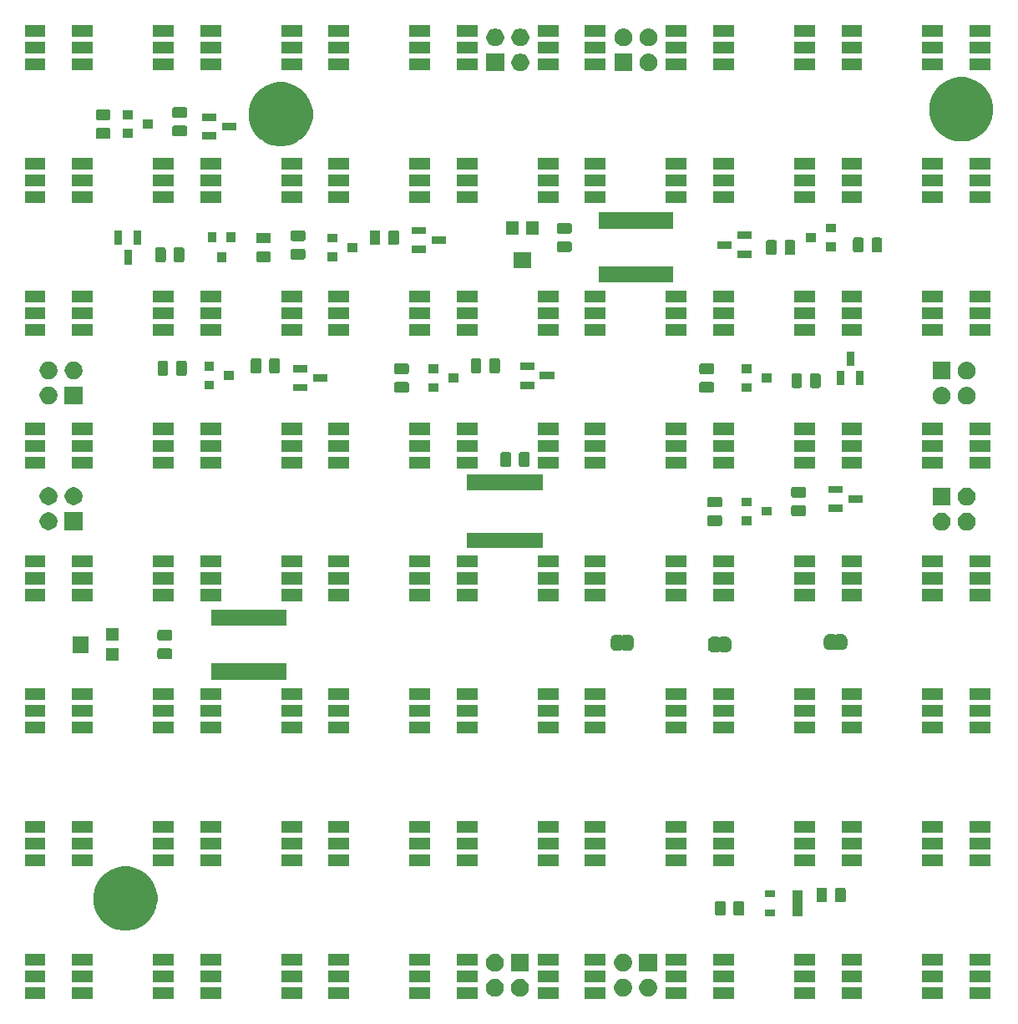
<source format=gbr>
G04 #@! TF.GenerationSoftware,KiCad,Pcbnew,(5.1.5)-3*
G04 #@! TF.CreationDate,2020-01-18T10:24:29-06:00*
G04 #@! TF.ProjectId,ledgrid,6c656467-7269-4642-9e6b-696361645f70,rev?*
G04 #@! TF.SameCoordinates,Original*
G04 #@! TF.FileFunction,Soldermask,Top*
G04 #@! TF.FilePolarity,Negative*
%FSLAX46Y46*%
G04 Gerber Fmt 4.6, Leading zero omitted, Abs format (unit mm)*
G04 Created by KiCad (PCBNEW (5.1.5)-3) date 2020-01-18 10:24:29*
%MOMM*%
%LPD*%
G04 APERTURE LIST*
%ADD10C,0.100000*%
G04 APERTURE END LIST*
D10*
G36*
X189201000Y-139201000D02*
G01*
X187099000Y-139201000D01*
X187099000Y-137999000D01*
X189201000Y-137999000D01*
X189201000Y-139201000D01*
G37*
G36*
X124201000Y-139201000D02*
G01*
X122099000Y-139201000D01*
X122099000Y-137999000D01*
X124201000Y-137999000D01*
X124201000Y-139201000D01*
G37*
G36*
X106401000Y-139201000D02*
G01*
X104299000Y-139201000D01*
X104299000Y-137999000D01*
X106401000Y-137999000D01*
X106401000Y-139201000D01*
G37*
G36*
X111201000Y-139201000D02*
G01*
X109099000Y-139201000D01*
X109099000Y-137999000D01*
X111201000Y-137999000D01*
X111201000Y-139201000D01*
G37*
G36*
X132401000Y-139201000D02*
G01*
X130299000Y-139201000D01*
X130299000Y-137999000D01*
X132401000Y-137999000D01*
X132401000Y-139201000D01*
G37*
G36*
X137201000Y-139201000D02*
G01*
X135099000Y-139201000D01*
X135099000Y-137999000D01*
X137201000Y-137999000D01*
X137201000Y-139201000D01*
G37*
G36*
X171401000Y-139201000D02*
G01*
X169299000Y-139201000D01*
X169299000Y-137999000D01*
X171401000Y-137999000D01*
X171401000Y-139201000D01*
G37*
G36*
X176201000Y-139201000D02*
G01*
X174099000Y-139201000D01*
X174099000Y-137999000D01*
X176201000Y-137999000D01*
X176201000Y-139201000D01*
G37*
G36*
X119401000Y-139201000D02*
G01*
X117299000Y-139201000D01*
X117299000Y-137999000D01*
X119401000Y-137999000D01*
X119401000Y-139201000D01*
G37*
G36*
X145401000Y-139201000D02*
G01*
X143299000Y-139201000D01*
X143299000Y-137999000D01*
X145401000Y-137999000D01*
X145401000Y-139201000D01*
G37*
G36*
X150201000Y-139201000D02*
G01*
X148099000Y-139201000D01*
X148099000Y-137999000D01*
X150201000Y-137999000D01*
X150201000Y-139201000D01*
G37*
G36*
X197401000Y-139201000D02*
G01*
X195299000Y-139201000D01*
X195299000Y-137999000D01*
X197401000Y-137999000D01*
X197401000Y-139201000D01*
G37*
G36*
X202201000Y-139201000D02*
G01*
X200099000Y-139201000D01*
X200099000Y-137999000D01*
X202201000Y-137999000D01*
X202201000Y-139201000D01*
G37*
G36*
X158401000Y-139201000D02*
G01*
X156299000Y-139201000D01*
X156299000Y-137999000D01*
X158401000Y-137999000D01*
X158401000Y-139201000D01*
G37*
G36*
X163201000Y-139201000D02*
G01*
X161099000Y-139201000D01*
X161099000Y-137999000D01*
X163201000Y-137999000D01*
X163201000Y-139201000D01*
G37*
G36*
X184401000Y-139201000D02*
G01*
X182299000Y-139201000D01*
X182299000Y-137999000D01*
X184401000Y-137999000D01*
X184401000Y-139201000D01*
G37*
G36*
X154613512Y-137143927D02*
G01*
X154762812Y-137173624D01*
X154926784Y-137241544D01*
X155074354Y-137340147D01*
X155199853Y-137465646D01*
X155298456Y-137613216D01*
X155366376Y-137777188D01*
X155401000Y-137951259D01*
X155401000Y-138128741D01*
X155366376Y-138302812D01*
X155298456Y-138466784D01*
X155199853Y-138614354D01*
X155074354Y-138739853D01*
X154926784Y-138838456D01*
X154762812Y-138906376D01*
X154613512Y-138936073D01*
X154588742Y-138941000D01*
X154411258Y-138941000D01*
X154386488Y-138936073D01*
X154237188Y-138906376D01*
X154073216Y-138838456D01*
X153925646Y-138739853D01*
X153800147Y-138614354D01*
X153701544Y-138466784D01*
X153633624Y-138302812D01*
X153599000Y-138128741D01*
X153599000Y-137951259D01*
X153633624Y-137777188D01*
X153701544Y-137613216D01*
X153800147Y-137465646D01*
X153925646Y-137340147D01*
X154073216Y-137241544D01*
X154237188Y-137173624D01*
X154386488Y-137143927D01*
X154411258Y-137139000D01*
X154588742Y-137139000D01*
X154613512Y-137143927D01*
G37*
G36*
X165073512Y-137143927D02*
G01*
X165222812Y-137173624D01*
X165386784Y-137241544D01*
X165534354Y-137340147D01*
X165659853Y-137465646D01*
X165758456Y-137613216D01*
X165826376Y-137777188D01*
X165861000Y-137951259D01*
X165861000Y-138128741D01*
X165826376Y-138302812D01*
X165758456Y-138466784D01*
X165659853Y-138614354D01*
X165534354Y-138739853D01*
X165386784Y-138838456D01*
X165222812Y-138906376D01*
X165073512Y-138936073D01*
X165048742Y-138941000D01*
X164871258Y-138941000D01*
X164846488Y-138936073D01*
X164697188Y-138906376D01*
X164533216Y-138838456D01*
X164385646Y-138739853D01*
X164260147Y-138614354D01*
X164161544Y-138466784D01*
X164093624Y-138302812D01*
X164059000Y-138128741D01*
X164059000Y-137951259D01*
X164093624Y-137777188D01*
X164161544Y-137613216D01*
X164260147Y-137465646D01*
X164385646Y-137340147D01*
X164533216Y-137241544D01*
X164697188Y-137173624D01*
X164846488Y-137143927D01*
X164871258Y-137139000D01*
X165048742Y-137139000D01*
X165073512Y-137143927D01*
G37*
G36*
X152073512Y-137143927D02*
G01*
X152222812Y-137173624D01*
X152386784Y-137241544D01*
X152534354Y-137340147D01*
X152659853Y-137465646D01*
X152758456Y-137613216D01*
X152826376Y-137777188D01*
X152861000Y-137951259D01*
X152861000Y-138128741D01*
X152826376Y-138302812D01*
X152758456Y-138466784D01*
X152659853Y-138614354D01*
X152534354Y-138739853D01*
X152386784Y-138838456D01*
X152222812Y-138906376D01*
X152073512Y-138936073D01*
X152048742Y-138941000D01*
X151871258Y-138941000D01*
X151846488Y-138936073D01*
X151697188Y-138906376D01*
X151533216Y-138838456D01*
X151385646Y-138739853D01*
X151260147Y-138614354D01*
X151161544Y-138466784D01*
X151093624Y-138302812D01*
X151059000Y-138128741D01*
X151059000Y-137951259D01*
X151093624Y-137777188D01*
X151161544Y-137613216D01*
X151260147Y-137465646D01*
X151385646Y-137340147D01*
X151533216Y-137241544D01*
X151697188Y-137173624D01*
X151846488Y-137143927D01*
X151871258Y-137139000D01*
X152048742Y-137139000D01*
X152073512Y-137143927D01*
G37*
G36*
X167613512Y-137143927D02*
G01*
X167762812Y-137173624D01*
X167926784Y-137241544D01*
X168074354Y-137340147D01*
X168199853Y-137465646D01*
X168298456Y-137613216D01*
X168366376Y-137777188D01*
X168401000Y-137951259D01*
X168401000Y-138128741D01*
X168366376Y-138302812D01*
X168298456Y-138466784D01*
X168199853Y-138614354D01*
X168074354Y-138739853D01*
X167926784Y-138838456D01*
X167762812Y-138906376D01*
X167613512Y-138936073D01*
X167588742Y-138941000D01*
X167411258Y-138941000D01*
X167386488Y-138936073D01*
X167237188Y-138906376D01*
X167073216Y-138838456D01*
X166925646Y-138739853D01*
X166800147Y-138614354D01*
X166701544Y-138466784D01*
X166633624Y-138302812D01*
X166599000Y-138128741D01*
X166599000Y-137951259D01*
X166633624Y-137777188D01*
X166701544Y-137613216D01*
X166800147Y-137465646D01*
X166925646Y-137340147D01*
X167073216Y-137241544D01*
X167237188Y-137173624D01*
X167386488Y-137143927D01*
X167411258Y-137139000D01*
X167588742Y-137139000D01*
X167613512Y-137143927D01*
G37*
G36*
X189201000Y-137501000D02*
G01*
X187099000Y-137501000D01*
X187099000Y-136299000D01*
X189201000Y-136299000D01*
X189201000Y-137501000D01*
G37*
G36*
X197401000Y-137501000D02*
G01*
X195299000Y-137501000D01*
X195299000Y-136299000D01*
X197401000Y-136299000D01*
X197401000Y-137501000D01*
G37*
G36*
X145401000Y-137501000D02*
G01*
X143299000Y-137501000D01*
X143299000Y-136299000D01*
X145401000Y-136299000D01*
X145401000Y-137501000D01*
G37*
G36*
X124201000Y-137501000D02*
G01*
X122099000Y-137501000D01*
X122099000Y-136299000D01*
X124201000Y-136299000D01*
X124201000Y-137501000D01*
G37*
G36*
X202201000Y-137501000D02*
G01*
X200099000Y-137501000D01*
X200099000Y-136299000D01*
X202201000Y-136299000D01*
X202201000Y-137501000D01*
G37*
G36*
X158401000Y-137501000D02*
G01*
X156299000Y-137501000D01*
X156299000Y-136299000D01*
X158401000Y-136299000D01*
X158401000Y-137501000D01*
G37*
G36*
X119401000Y-137501000D02*
G01*
X117299000Y-137501000D01*
X117299000Y-136299000D01*
X119401000Y-136299000D01*
X119401000Y-137501000D01*
G37*
G36*
X176201000Y-137501000D02*
G01*
X174099000Y-137501000D01*
X174099000Y-136299000D01*
X176201000Y-136299000D01*
X176201000Y-137501000D01*
G37*
G36*
X150201000Y-137501000D02*
G01*
X148099000Y-137501000D01*
X148099000Y-136299000D01*
X150201000Y-136299000D01*
X150201000Y-137501000D01*
G37*
G36*
X184401000Y-137501000D02*
G01*
X182299000Y-137501000D01*
X182299000Y-136299000D01*
X184401000Y-136299000D01*
X184401000Y-137501000D01*
G37*
G36*
X171401000Y-137501000D02*
G01*
X169299000Y-137501000D01*
X169299000Y-136299000D01*
X171401000Y-136299000D01*
X171401000Y-137501000D01*
G37*
G36*
X137201000Y-137501000D02*
G01*
X135099000Y-137501000D01*
X135099000Y-136299000D01*
X137201000Y-136299000D01*
X137201000Y-137501000D01*
G37*
G36*
X132401000Y-137501000D02*
G01*
X130299000Y-137501000D01*
X130299000Y-136299000D01*
X132401000Y-136299000D01*
X132401000Y-137501000D01*
G37*
G36*
X111201000Y-137501000D02*
G01*
X109099000Y-137501000D01*
X109099000Y-136299000D01*
X111201000Y-136299000D01*
X111201000Y-137501000D01*
G37*
G36*
X106401000Y-137501000D02*
G01*
X104299000Y-137501000D01*
X104299000Y-136299000D01*
X106401000Y-136299000D01*
X106401000Y-137501000D01*
G37*
G36*
X163201000Y-137501000D02*
G01*
X161099000Y-137501000D01*
X161099000Y-136299000D01*
X163201000Y-136299000D01*
X163201000Y-137501000D01*
G37*
G36*
X155401000Y-136401000D02*
G01*
X153599000Y-136401000D01*
X153599000Y-134599000D01*
X155401000Y-134599000D01*
X155401000Y-136401000D01*
G37*
G36*
X152073512Y-134603927D02*
G01*
X152222812Y-134633624D01*
X152386784Y-134701544D01*
X152534354Y-134800147D01*
X152659853Y-134925646D01*
X152758456Y-135073216D01*
X152826376Y-135237188D01*
X152861000Y-135411259D01*
X152861000Y-135588741D01*
X152826376Y-135762812D01*
X152758456Y-135926784D01*
X152659853Y-136074354D01*
X152534354Y-136199853D01*
X152386784Y-136298456D01*
X152222812Y-136366376D01*
X152073512Y-136396073D01*
X152048742Y-136401000D01*
X151871258Y-136401000D01*
X151846488Y-136396073D01*
X151697188Y-136366376D01*
X151533216Y-136298456D01*
X151385646Y-136199853D01*
X151260147Y-136074354D01*
X151161544Y-135926784D01*
X151093624Y-135762812D01*
X151059000Y-135588741D01*
X151059000Y-135411259D01*
X151093624Y-135237188D01*
X151161544Y-135073216D01*
X151260147Y-134925646D01*
X151385646Y-134800147D01*
X151533216Y-134701544D01*
X151697188Y-134633624D01*
X151846488Y-134603927D01*
X151871258Y-134599000D01*
X152048742Y-134599000D01*
X152073512Y-134603927D01*
G37*
G36*
X168401000Y-136401000D02*
G01*
X166599000Y-136401000D01*
X166599000Y-134599000D01*
X168401000Y-134599000D01*
X168401000Y-136401000D01*
G37*
G36*
X165073512Y-134603927D02*
G01*
X165222812Y-134633624D01*
X165386784Y-134701544D01*
X165534354Y-134800147D01*
X165659853Y-134925646D01*
X165758456Y-135073216D01*
X165826376Y-135237188D01*
X165861000Y-135411259D01*
X165861000Y-135588741D01*
X165826376Y-135762812D01*
X165758456Y-135926784D01*
X165659853Y-136074354D01*
X165534354Y-136199853D01*
X165386784Y-136298456D01*
X165222812Y-136366376D01*
X165073512Y-136396073D01*
X165048742Y-136401000D01*
X164871258Y-136401000D01*
X164846488Y-136396073D01*
X164697188Y-136366376D01*
X164533216Y-136298456D01*
X164385646Y-136199853D01*
X164260147Y-136074354D01*
X164161544Y-135926784D01*
X164093624Y-135762812D01*
X164059000Y-135588741D01*
X164059000Y-135411259D01*
X164093624Y-135237188D01*
X164161544Y-135073216D01*
X164260147Y-134925646D01*
X164385646Y-134800147D01*
X164533216Y-134701544D01*
X164697188Y-134633624D01*
X164846488Y-134603927D01*
X164871258Y-134599000D01*
X165048742Y-134599000D01*
X165073512Y-134603927D01*
G37*
G36*
X163201000Y-135801000D02*
G01*
X161099000Y-135801000D01*
X161099000Y-134599000D01*
X163201000Y-134599000D01*
X163201000Y-135801000D01*
G37*
G36*
X176201000Y-135801000D02*
G01*
X174099000Y-135801000D01*
X174099000Y-134599000D01*
X176201000Y-134599000D01*
X176201000Y-135801000D01*
G37*
G36*
X158401000Y-135801000D02*
G01*
X156299000Y-135801000D01*
X156299000Y-134599000D01*
X158401000Y-134599000D01*
X158401000Y-135801000D01*
G37*
G36*
X202201000Y-135801000D02*
G01*
X200099000Y-135801000D01*
X200099000Y-134599000D01*
X202201000Y-134599000D01*
X202201000Y-135801000D01*
G37*
G36*
X197401000Y-135801000D02*
G01*
X195299000Y-135801000D01*
X195299000Y-134599000D01*
X197401000Y-134599000D01*
X197401000Y-135801000D01*
G37*
G36*
X184401000Y-135801000D02*
G01*
X182299000Y-135801000D01*
X182299000Y-134599000D01*
X184401000Y-134599000D01*
X184401000Y-135801000D01*
G37*
G36*
X106401000Y-135801000D02*
G01*
X104299000Y-135801000D01*
X104299000Y-134599000D01*
X106401000Y-134599000D01*
X106401000Y-135801000D01*
G37*
G36*
X119401000Y-135801000D02*
G01*
X117299000Y-135801000D01*
X117299000Y-134599000D01*
X119401000Y-134599000D01*
X119401000Y-135801000D01*
G37*
G36*
X189201000Y-135801000D02*
G01*
X187099000Y-135801000D01*
X187099000Y-134599000D01*
X189201000Y-134599000D01*
X189201000Y-135801000D01*
G37*
G36*
X171401000Y-135801000D02*
G01*
X169299000Y-135801000D01*
X169299000Y-134599000D01*
X171401000Y-134599000D01*
X171401000Y-135801000D01*
G37*
G36*
X132401000Y-135801000D02*
G01*
X130299000Y-135801000D01*
X130299000Y-134599000D01*
X132401000Y-134599000D01*
X132401000Y-135801000D01*
G37*
G36*
X137201000Y-135801000D02*
G01*
X135099000Y-135801000D01*
X135099000Y-134599000D01*
X137201000Y-134599000D01*
X137201000Y-135801000D01*
G37*
G36*
X145401000Y-135801000D02*
G01*
X143299000Y-135801000D01*
X143299000Y-134599000D01*
X145401000Y-134599000D01*
X145401000Y-135801000D01*
G37*
G36*
X150201000Y-135801000D02*
G01*
X148099000Y-135801000D01*
X148099000Y-134599000D01*
X150201000Y-134599000D01*
X150201000Y-135801000D01*
G37*
G36*
X124201000Y-135801000D02*
G01*
X122099000Y-135801000D01*
X122099000Y-134599000D01*
X124201000Y-134599000D01*
X124201000Y-135801000D01*
G37*
G36*
X111201000Y-135801000D02*
G01*
X109099000Y-135801000D01*
X109099000Y-134599000D01*
X111201000Y-134599000D01*
X111201000Y-135801000D01*
G37*
G36*
X115134239Y-125811467D02*
G01*
X115448282Y-125873934D01*
X116039926Y-126119001D01*
X116572392Y-126474784D01*
X117025216Y-126927608D01*
X117380999Y-127460074D01*
X117626066Y-128051718D01*
X117653373Y-128189000D01*
X117751000Y-128679803D01*
X117751000Y-129320197D01*
X117737824Y-129386435D01*
X117626066Y-129948282D01*
X117380999Y-130539926D01*
X117025216Y-131072392D01*
X116572392Y-131525216D01*
X116039926Y-131880999D01*
X115448282Y-132126066D01*
X115134239Y-132188533D01*
X114820197Y-132251000D01*
X114179803Y-132251000D01*
X113865761Y-132188533D01*
X113551718Y-132126066D01*
X112960074Y-131880999D01*
X112427608Y-131525216D01*
X111974784Y-131072392D01*
X111619001Y-130539926D01*
X111373934Y-129948282D01*
X111262176Y-129386435D01*
X111249000Y-129320197D01*
X111249000Y-128679803D01*
X111346627Y-128189000D01*
X111373934Y-128051718D01*
X111619001Y-127460074D01*
X111974784Y-126927608D01*
X112427608Y-126474784D01*
X112960074Y-126119001D01*
X113551718Y-125873934D01*
X113865761Y-125811467D01*
X114179803Y-125749000D01*
X114820197Y-125749000D01*
X115134239Y-125811467D01*
G37*
G36*
X183121000Y-130791000D02*
G01*
X182119000Y-130791000D01*
X182119000Y-128189000D01*
X183121000Y-128189000D01*
X183121000Y-130791000D01*
G37*
G36*
X180321000Y-130791000D02*
G01*
X179319000Y-130791000D01*
X179319000Y-130089000D01*
X180321000Y-130089000D01*
X180321000Y-130791000D01*
G37*
G36*
X175184468Y-129253565D02*
G01*
X175223138Y-129265296D01*
X175258777Y-129284346D01*
X175290017Y-129309983D01*
X175315654Y-129341223D01*
X175334704Y-129376862D01*
X175346435Y-129415532D01*
X175351000Y-129461888D01*
X175351000Y-130538112D01*
X175346435Y-130584468D01*
X175334704Y-130623138D01*
X175315654Y-130658777D01*
X175290017Y-130690017D01*
X175258777Y-130715654D01*
X175223138Y-130734704D01*
X175184468Y-130746435D01*
X175138112Y-130751000D01*
X174486888Y-130751000D01*
X174440532Y-130746435D01*
X174401862Y-130734704D01*
X174366223Y-130715654D01*
X174334983Y-130690017D01*
X174309346Y-130658777D01*
X174290296Y-130623138D01*
X174278565Y-130584468D01*
X174274000Y-130538112D01*
X174274000Y-129461888D01*
X174278565Y-129415532D01*
X174290296Y-129376862D01*
X174309346Y-129341223D01*
X174334983Y-129309983D01*
X174366223Y-129284346D01*
X174401862Y-129265296D01*
X174440532Y-129253565D01*
X174486888Y-129249000D01*
X175138112Y-129249000D01*
X175184468Y-129253565D01*
G37*
G36*
X177059468Y-129253565D02*
G01*
X177098138Y-129265296D01*
X177133777Y-129284346D01*
X177165017Y-129309983D01*
X177190654Y-129341223D01*
X177209704Y-129376862D01*
X177221435Y-129415532D01*
X177226000Y-129461888D01*
X177226000Y-130538112D01*
X177221435Y-130584468D01*
X177209704Y-130623138D01*
X177190654Y-130658777D01*
X177165017Y-130690017D01*
X177133777Y-130715654D01*
X177098138Y-130734704D01*
X177059468Y-130746435D01*
X177013112Y-130751000D01*
X176361888Y-130751000D01*
X176315532Y-130746435D01*
X176276862Y-130734704D01*
X176241223Y-130715654D01*
X176209983Y-130690017D01*
X176184346Y-130658777D01*
X176165296Y-130623138D01*
X176153565Y-130584468D01*
X176149000Y-130538112D01*
X176149000Y-129461888D01*
X176153565Y-129415532D01*
X176165296Y-129376862D01*
X176184346Y-129341223D01*
X176209983Y-129309983D01*
X176241223Y-129284346D01*
X176276862Y-129265296D01*
X176315532Y-129253565D01*
X176361888Y-129249000D01*
X177013112Y-129249000D01*
X177059468Y-129253565D01*
G37*
G36*
X185484468Y-127893565D02*
G01*
X185523138Y-127905296D01*
X185558777Y-127924346D01*
X185590017Y-127949983D01*
X185615654Y-127981223D01*
X185634704Y-128016862D01*
X185646435Y-128055532D01*
X185651000Y-128101888D01*
X185651000Y-129178112D01*
X185646435Y-129224468D01*
X185634704Y-129263138D01*
X185615654Y-129298777D01*
X185590017Y-129330017D01*
X185558777Y-129355654D01*
X185523138Y-129374704D01*
X185484468Y-129386435D01*
X185438112Y-129391000D01*
X184786888Y-129391000D01*
X184740532Y-129386435D01*
X184701862Y-129374704D01*
X184666223Y-129355654D01*
X184634983Y-129330017D01*
X184609346Y-129298777D01*
X184590296Y-129263138D01*
X184578565Y-129224468D01*
X184574000Y-129178112D01*
X184574000Y-128101888D01*
X184578565Y-128055532D01*
X184590296Y-128016862D01*
X184609346Y-127981223D01*
X184634983Y-127949983D01*
X184666223Y-127924346D01*
X184701862Y-127905296D01*
X184740532Y-127893565D01*
X184786888Y-127889000D01*
X185438112Y-127889000D01*
X185484468Y-127893565D01*
G37*
G36*
X187359468Y-127893565D02*
G01*
X187398138Y-127905296D01*
X187433777Y-127924346D01*
X187465017Y-127949983D01*
X187490654Y-127981223D01*
X187509704Y-128016862D01*
X187521435Y-128055532D01*
X187526000Y-128101888D01*
X187526000Y-129178112D01*
X187521435Y-129224468D01*
X187509704Y-129263138D01*
X187490654Y-129298777D01*
X187465017Y-129330017D01*
X187433777Y-129355654D01*
X187398138Y-129374704D01*
X187359468Y-129386435D01*
X187313112Y-129391000D01*
X186661888Y-129391000D01*
X186615532Y-129386435D01*
X186576862Y-129374704D01*
X186541223Y-129355654D01*
X186509983Y-129330017D01*
X186484346Y-129298777D01*
X186465296Y-129263138D01*
X186453565Y-129224468D01*
X186449000Y-129178112D01*
X186449000Y-128101888D01*
X186453565Y-128055532D01*
X186465296Y-128016862D01*
X186484346Y-127981223D01*
X186509983Y-127949983D01*
X186541223Y-127924346D01*
X186576862Y-127905296D01*
X186615532Y-127893565D01*
X186661888Y-127889000D01*
X187313112Y-127889000D01*
X187359468Y-127893565D01*
G37*
G36*
X180321000Y-128891000D02*
G01*
X179319000Y-128891000D01*
X179319000Y-128189000D01*
X180321000Y-128189000D01*
X180321000Y-128891000D01*
G37*
G36*
X124201000Y-125751000D02*
G01*
X122099000Y-125751000D01*
X122099000Y-124549000D01*
X124201000Y-124549000D01*
X124201000Y-125751000D01*
G37*
G36*
X184401000Y-125751000D02*
G01*
X182299000Y-125751000D01*
X182299000Y-124549000D01*
X184401000Y-124549000D01*
X184401000Y-125751000D01*
G37*
G36*
X189201000Y-125751000D02*
G01*
X187099000Y-125751000D01*
X187099000Y-124549000D01*
X189201000Y-124549000D01*
X189201000Y-125751000D01*
G37*
G36*
X132401000Y-125751000D02*
G01*
X130299000Y-125751000D01*
X130299000Y-124549000D01*
X132401000Y-124549000D01*
X132401000Y-125751000D01*
G37*
G36*
X137201000Y-125751000D02*
G01*
X135099000Y-125751000D01*
X135099000Y-124549000D01*
X137201000Y-124549000D01*
X137201000Y-125751000D01*
G37*
G36*
X150201000Y-125751000D02*
G01*
X148099000Y-125751000D01*
X148099000Y-124549000D01*
X150201000Y-124549000D01*
X150201000Y-125751000D01*
G37*
G36*
X197401000Y-125751000D02*
G01*
X195299000Y-125751000D01*
X195299000Y-124549000D01*
X197401000Y-124549000D01*
X197401000Y-125751000D01*
G37*
G36*
X202201000Y-125751000D02*
G01*
X200099000Y-125751000D01*
X200099000Y-124549000D01*
X202201000Y-124549000D01*
X202201000Y-125751000D01*
G37*
G36*
X171401000Y-125751000D02*
G01*
X169299000Y-125751000D01*
X169299000Y-124549000D01*
X171401000Y-124549000D01*
X171401000Y-125751000D01*
G37*
G36*
X145401000Y-125751000D02*
G01*
X143299000Y-125751000D01*
X143299000Y-124549000D01*
X145401000Y-124549000D01*
X145401000Y-125751000D01*
G37*
G36*
X111201000Y-125751000D02*
G01*
X109099000Y-125751000D01*
X109099000Y-124549000D01*
X111201000Y-124549000D01*
X111201000Y-125751000D01*
G37*
G36*
X158401000Y-125751000D02*
G01*
X156299000Y-125751000D01*
X156299000Y-124549000D01*
X158401000Y-124549000D01*
X158401000Y-125751000D01*
G37*
G36*
X176201000Y-125751000D02*
G01*
X174099000Y-125751000D01*
X174099000Y-124549000D01*
X176201000Y-124549000D01*
X176201000Y-125751000D01*
G37*
G36*
X119401000Y-125751000D02*
G01*
X117299000Y-125751000D01*
X117299000Y-124549000D01*
X119401000Y-124549000D01*
X119401000Y-125751000D01*
G37*
G36*
X106401000Y-125751000D02*
G01*
X104299000Y-125751000D01*
X104299000Y-124549000D01*
X106401000Y-124549000D01*
X106401000Y-125751000D01*
G37*
G36*
X163201000Y-125751000D02*
G01*
X161099000Y-125751000D01*
X161099000Y-124549000D01*
X163201000Y-124549000D01*
X163201000Y-125751000D01*
G37*
G36*
X106401000Y-124051000D02*
G01*
X104299000Y-124051000D01*
X104299000Y-122849000D01*
X106401000Y-122849000D01*
X106401000Y-124051000D01*
G37*
G36*
X202201000Y-124051000D02*
G01*
X200099000Y-124051000D01*
X200099000Y-122849000D01*
X202201000Y-122849000D01*
X202201000Y-124051000D01*
G37*
G36*
X184401000Y-124051000D02*
G01*
X182299000Y-124051000D01*
X182299000Y-122849000D01*
X184401000Y-122849000D01*
X184401000Y-124051000D01*
G37*
G36*
X189201000Y-124051000D02*
G01*
X187099000Y-124051000D01*
X187099000Y-122849000D01*
X189201000Y-122849000D01*
X189201000Y-124051000D01*
G37*
G36*
X197401000Y-124051000D02*
G01*
X195299000Y-124051000D01*
X195299000Y-122849000D01*
X197401000Y-122849000D01*
X197401000Y-124051000D01*
G37*
G36*
X176201000Y-124051000D02*
G01*
X174099000Y-124051000D01*
X174099000Y-122849000D01*
X176201000Y-122849000D01*
X176201000Y-124051000D01*
G37*
G36*
X171401000Y-124051000D02*
G01*
X169299000Y-124051000D01*
X169299000Y-122849000D01*
X171401000Y-122849000D01*
X171401000Y-124051000D01*
G37*
G36*
X119401000Y-124051000D02*
G01*
X117299000Y-124051000D01*
X117299000Y-122849000D01*
X119401000Y-122849000D01*
X119401000Y-124051000D01*
G37*
G36*
X137201000Y-124051000D02*
G01*
X135099000Y-124051000D01*
X135099000Y-122849000D01*
X137201000Y-122849000D01*
X137201000Y-124051000D01*
G37*
G36*
X111201000Y-124051000D02*
G01*
X109099000Y-124051000D01*
X109099000Y-122849000D01*
X111201000Y-122849000D01*
X111201000Y-124051000D01*
G37*
G36*
X163201000Y-124051000D02*
G01*
X161099000Y-124051000D01*
X161099000Y-122849000D01*
X163201000Y-122849000D01*
X163201000Y-124051000D01*
G37*
G36*
X145401000Y-124051000D02*
G01*
X143299000Y-124051000D01*
X143299000Y-122849000D01*
X145401000Y-122849000D01*
X145401000Y-124051000D01*
G37*
G36*
X150201000Y-124051000D02*
G01*
X148099000Y-124051000D01*
X148099000Y-122849000D01*
X150201000Y-122849000D01*
X150201000Y-124051000D01*
G37*
G36*
X132401000Y-124051000D02*
G01*
X130299000Y-124051000D01*
X130299000Y-122849000D01*
X132401000Y-122849000D01*
X132401000Y-124051000D01*
G37*
G36*
X124201000Y-124051000D02*
G01*
X122099000Y-124051000D01*
X122099000Y-122849000D01*
X124201000Y-122849000D01*
X124201000Y-124051000D01*
G37*
G36*
X158401000Y-124051000D02*
G01*
X156299000Y-124051000D01*
X156299000Y-122849000D01*
X158401000Y-122849000D01*
X158401000Y-124051000D01*
G37*
G36*
X137201000Y-122351000D02*
G01*
X135099000Y-122351000D01*
X135099000Y-121149000D01*
X137201000Y-121149000D01*
X137201000Y-122351000D01*
G37*
G36*
X132401000Y-122351000D02*
G01*
X130299000Y-122351000D01*
X130299000Y-121149000D01*
X132401000Y-121149000D01*
X132401000Y-122351000D01*
G37*
G36*
X150201000Y-122351000D02*
G01*
X148099000Y-122351000D01*
X148099000Y-121149000D01*
X150201000Y-121149000D01*
X150201000Y-122351000D01*
G37*
G36*
X106401000Y-122351000D02*
G01*
X104299000Y-122351000D01*
X104299000Y-121149000D01*
X106401000Y-121149000D01*
X106401000Y-122351000D01*
G37*
G36*
X111201000Y-122351000D02*
G01*
X109099000Y-122351000D01*
X109099000Y-121149000D01*
X111201000Y-121149000D01*
X111201000Y-122351000D01*
G37*
G36*
X145401000Y-122351000D02*
G01*
X143299000Y-122351000D01*
X143299000Y-121149000D01*
X145401000Y-121149000D01*
X145401000Y-122351000D01*
G37*
G36*
X124201000Y-122351000D02*
G01*
X122099000Y-122351000D01*
X122099000Y-121149000D01*
X124201000Y-121149000D01*
X124201000Y-122351000D01*
G37*
G36*
X119401000Y-122351000D02*
G01*
X117299000Y-122351000D01*
X117299000Y-121149000D01*
X119401000Y-121149000D01*
X119401000Y-122351000D01*
G37*
G36*
X197401000Y-122351000D02*
G01*
X195299000Y-122351000D01*
X195299000Y-121149000D01*
X197401000Y-121149000D01*
X197401000Y-122351000D01*
G37*
G36*
X189201000Y-122351000D02*
G01*
X187099000Y-122351000D01*
X187099000Y-121149000D01*
X189201000Y-121149000D01*
X189201000Y-122351000D01*
G37*
G36*
X184401000Y-122351000D02*
G01*
X182299000Y-122351000D01*
X182299000Y-121149000D01*
X184401000Y-121149000D01*
X184401000Y-122351000D01*
G37*
G36*
X163201000Y-122351000D02*
G01*
X161099000Y-122351000D01*
X161099000Y-121149000D01*
X163201000Y-121149000D01*
X163201000Y-122351000D01*
G37*
G36*
X158401000Y-122351000D02*
G01*
X156299000Y-122351000D01*
X156299000Y-121149000D01*
X158401000Y-121149000D01*
X158401000Y-122351000D01*
G37*
G36*
X171401000Y-122351000D02*
G01*
X169299000Y-122351000D01*
X169299000Y-121149000D01*
X171401000Y-121149000D01*
X171401000Y-122351000D01*
G37*
G36*
X176201000Y-122351000D02*
G01*
X174099000Y-122351000D01*
X174099000Y-121149000D01*
X176201000Y-121149000D01*
X176201000Y-122351000D01*
G37*
G36*
X202201000Y-122351000D02*
G01*
X200099000Y-122351000D01*
X200099000Y-121149000D01*
X202201000Y-121149000D01*
X202201000Y-122351000D01*
G37*
G36*
X202201000Y-112301000D02*
G01*
X200099000Y-112301000D01*
X200099000Y-111099000D01*
X202201000Y-111099000D01*
X202201000Y-112301000D01*
G37*
G36*
X176201000Y-112301000D02*
G01*
X174099000Y-112301000D01*
X174099000Y-111099000D01*
X176201000Y-111099000D01*
X176201000Y-112301000D01*
G37*
G36*
X171401000Y-112301000D02*
G01*
X169299000Y-112301000D01*
X169299000Y-111099000D01*
X171401000Y-111099000D01*
X171401000Y-112301000D01*
G37*
G36*
X111201000Y-112301000D02*
G01*
X109099000Y-112301000D01*
X109099000Y-111099000D01*
X111201000Y-111099000D01*
X111201000Y-112301000D01*
G37*
G36*
X106401000Y-112301000D02*
G01*
X104299000Y-112301000D01*
X104299000Y-111099000D01*
X106401000Y-111099000D01*
X106401000Y-112301000D01*
G37*
G36*
X137201000Y-112301000D02*
G01*
X135099000Y-112301000D01*
X135099000Y-111099000D01*
X137201000Y-111099000D01*
X137201000Y-112301000D01*
G37*
G36*
X132401000Y-112301000D02*
G01*
X130299000Y-112301000D01*
X130299000Y-111099000D01*
X132401000Y-111099000D01*
X132401000Y-112301000D01*
G37*
G36*
X184401000Y-112301000D02*
G01*
X182299000Y-112301000D01*
X182299000Y-111099000D01*
X184401000Y-111099000D01*
X184401000Y-112301000D01*
G37*
G36*
X189201000Y-112301000D02*
G01*
X187099000Y-112301000D01*
X187099000Y-111099000D01*
X189201000Y-111099000D01*
X189201000Y-112301000D01*
G37*
G36*
X150201000Y-112301000D02*
G01*
X148099000Y-112301000D01*
X148099000Y-111099000D01*
X150201000Y-111099000D01*
X150201000Y-112301000D01*
G37*
G36*
X145401000Y-112301000D02*
G01*
X143299000Y-112301000D01*
X143299000Y-111099000D01*
X145401000Y-111099000D01*
X145401000Y-112301000D01*
G37*
G36*
X197401000Y-112301000D02*
G01*
X195299000Y-112301000D01*
X195299000Y-111099000D01*
X197401000Y-111099000D01*
X197401000Y-112301000D01*
G37*
G36*
X158401000Y-112301000D02*
G01*
X156299000Y-112301000D01*
X156299000Y-111099000D01*
X158401000Y-111099000D01*
X158401000Y-112301000D01*
G37*
G36*
X163201000Y-112301000D02*
G01*
X161099000Y-112301000D01*
X161099000Y-111099000D01*
X163201000Y-111099000D01*
X163201000Y-112301000D01*
G37*
G36*
X124201000Y-112301000D02*
G01*
X122099000Y-112301000D01*
X122099000Y-111099000D01*
X124201000Y-111099000D01*
X124201000Y-112301000D01*
G37*
G36*
X119401000Y-112301000D02*
G01*
X117299000Y-112301000D01*
X117299000Y-111099000D01*
X119401000Y-111099000D01*
X119401000Y-112301000D01*
G37*
G36*
X145401000Y-110601000D02*
G01*
X143299000Y-110601000D01*
X143299000Y-109399000D01*
X145401000Y-109399000D01*
X145401000Y-110601000D01*
G37*
G36*
X197401000Y-110601000D02*
G01*
X195299000Y-110601000D01*
X195299000Y-109399000D01*
X197401000Y-109399000D01*
X197401000Y-110601000D01*
G37*
G36*
X176201000Y-110601000D02*
G01*
X174099000Y-110601000D01*
X174099000Y-109399000D01*
X176201000Y-109399000D01*
X176201000Y-110601000D01*
G37*
G36*
X106401000Y-110601000D02*
G01*
X104299000Y-110601000D01*
X104299000Y-109399000D01*
X106401000Y-109399000D01*
X106401000Y-110601000D01*
G37*
G36*
X111201000Y-110601000D02*
G01*
X109099000Y-110601000D01*
X109099000Y-109399000D01*
X111201000Y-109399000D01*
X111201000Y-110601000D01*
G37*
G36*
X119401000Y-110601000D02*
G01*
X117299000Y-110601000D01*
X117299000Y-109399000D01*
X119401000Y-109399000D01*
X119401000Y-110601000D01*
G37*
G36*
X124201000Y-110601000D02*
G01*
X122099000Y-110601000D01*
X122099000Y-109399000D01*
X124201000Y-109399000D01*
X124201000Y-110601000D01*
G37*
G36*
X132401000Y-110601000D02*
G01*
X130299000Y-110601000D01*
X130299000Y-109399000D01*
X132401000Y-109399000D01*
X132401000Y-110601000D01*
G37*
G36*
X137201000Y-110601000D02*
G01*
X135099000Y-110601000D01*
X135099000Y-109399000D01*
X137201000Y-109399000D01*
X137201000Y-110601000D01*
G37*
G36*
X189201000Y-110601000D02*
G01*
X187099000Y-110601000D01*
X187099000Y-109399000D01*
X189201000Y-109399000D01*
X189201000Y-110601000D01*
G37*
G36*
X184401000Y-110601000D02*
G01*
X182299000Y-110601000D01*
X182299000Y-109399000D01*
X184401000Y-109399000D01*
X184401000Y-110601000D01*
G37*
G36*
X163201000Y-110601000D02*
G01*
X161099000Y-110601000D01*
X161099000Y-109399000D01*
X163201000Y-109399000D01*
X163201000Y-110601000D01*
G37*
G36*
X171401000Y-110601000D02*
G01*
X169299000Y-110601000D01*
X169299000Y-109399000D01*
X171401000Y-109399000D01*
X171401000Y-110601000D01*
G37*
G36*
X158401000Y-110601000D02*
G01*
X156299000Y-110601000D01*
X156299000Y-109399000D01*
X158401000Y-109399000D01*
X158401000Y-110601000D01*
G37*
G36*
X150201000Y-110601000D02*
G01*
X148099000Y-110601000D01*
X148099000Y-109399000D01*
X150201000Y-109399000D01*
X150201000Y-110601000D01*
G37*
G36*
X202201000Y-110601000D02*
G01*
X200099000Y-110601000D01*
X200099000Y-109399000D01*
X202201000Y-109399000D01*
X202201000Y-110601000D01*
G37*
G36*
X119401000Y-108901000D02*
G01*
X117299000Y-108901000D01*
X117299000Y-107699000D01*
X119401000Y-107699000D01*
X119401000Y-108901000D01*
G37*
G36*
X158401000Y-108901000D02*
G01*
X156299000Y-108901000D01*
X156299000Y-107699000D01*
X158401000Y-107699000D01*
X158401000Y-108901000D01*
G37*
G36*
X106401000Y-108901000D02*
G01*
X104299000Y-108901000D01*
X104299000Y-107699000D01*
X106401000Y-107699000D01*
X106401000Y-108901000D01*
G37*
G36*
X150201000Y-108901000D02*
G01*
X148099000Y-108901000D01*
X148099000Y-107699000D01*
X150201000Y-107699000D01*
X150201000Y-108901000D01*
G37*
G36*
X145401000Y-108901000D02*
G01*
X143299000Y-108901000D01*
X143299000Y-107699000D01*
X145401000Y-107699000D01*
X145401000Y-108901000D01*
G37*
G36*
X111201000Y-108901000D02*
G01*
X109099000Y-108901000D01*
X109099000Y-107699000D01*
X111201000Y-107699000D01*
X111201000Y-108901000D01*
G37*
G36*
X132401000Y-108901000D02*
G01*
X130299000Y-108901000D01*
X130299000Y-107699000D01*
X132401000Y-107699000D01*
X132401000Y-108901000D01*
G37*
G36*
X137201000Y-108901000D02*
G01*
X135099000Y-108901000D01*
X135099000Y-107699000D01*
X137201000Y-107699000D01*
X137201000Y-108901000D01*
G37*
G36*
X124201000Y-108901000D02*
G01*
X122099000Y-108901000D01*
X122099000Y-107699000D01*
X124201000Y-107699000D01*
X124201000Y-108901000D01*
G37*
G36*
X176201000Y-108901000D02*
G01*
X174099000Y-108901000D01*
X174099000Y-107699000D01*
X176201000Y-107699000D01*
X176201000Y-108901000D01*
G37*
G36*
X184401000Y-108901000D02*
G01*
X182299000Y-108901000D01*
X182299000Y-107699000D01*
X184401000Y-107699000D01*
X184401000Y-108901000D01*
G37*
G36*
X202201000Y-108901000D02*
G01*
X200099000Y-108901000D01*
X200099000Y-107699000D01*
X202201000Y-107699000D01*
X202201000Y-108901000D01*
G37*
G36*
X197401000Y-108901000D02*
G01*
X195299000Y-108901000D01*
X195299000Y-107699000D01*
X197401000Y-107699000D01*
X197401000Y-108901000D01*
G37*
G36*
X163201000Y-108901000D02*
G01*
X161099000Y-108901000D01*
X161099000Y-107699000D01*
X163201000Y-107699000D01*
X163201000Y-108901000D01*
G37*
G36*
X189201000Y-108901000D02*
G01*
X187099000Y-108901000D01*
X187099000Y-107699000D01*
X189201000Y-107699000D01*
X189201000Y-108901000D01*
G37*
G36*
X171401000Y-108901000D02*
G01*
X169299000Y-108901000D01*
X169299000Y-107699000D01*
X171401000Y-107699000D01*
X171401000Y-108901000D01*
G37*
G36*
X130791000Y-106801000D02*
G01*
X123209000Y-106801000D01*
X123209000Y-105149000D01*
X130791000Y-105149000D01*
X130791000Y-106801000D01*
G37*
G36*
X113851000Y-104901000D02*
G01*
X112549000Y-104901000D01*
X112549000Y-103599000D01*
X113851000Y-103599000D01*
X113851000Y-104901000D01*
G37*
G36*
X119084468Y-103653565D02*
G01*
X119123138Y-103665296D01*
X119158777Y-103684346D01*
X119190017Y-103709983D01*
X119215654Y-103741223D01*
X119234704Y-103776862D01*
X119246435Y-103815532D01*
X119251000Y-103861888D01*
X119251000Y-104513112D01*
X119246435Y-104559468D01*
X119234704Y-104598138D01*
X119215654Y-104633777D01*
X119190017Y-104665017D01*
X119158777Y-104690654D01*
X119123138Y-104709704D01*
X119084468Y-104721435D01*
X119038112Y-104726000D01*
X117961888Y-104726000D01*
X117915532Y-104721435D01*
X117876862Y-104709704D01*
X117841223Y-104690654D01*
X117809983Y-104665017D01*
X117784346Y-104633777D01*
X117765296Y-104598138D01*
X117753565Y-104559468D01*
X117749000Y-104513112D01*
X117749000Y-103861888D01*
X117753565Y-103815532D01*
X117765296Y-103776862D01*
X117784346Y-103741223D01*
X117809983Y-103709983D01*
X117841223Y-103684346D01*
X117876862Y-103665296D01*
X117915532Y-103653565D01*
X117961888Y-103649000D01*
X119038112Y-103649000D01*
X119084468Y-103653565D01*
G37*
G36*
X110751000Y-104101000D02*
G01*
X109149000Y-104101000D01*
X109149000Y-102399000D01*
X110751000Y-102399000D01*
X110751000Y-104101000D01*
G37*
G36*
X174609999Y-102449737D02*
G01*
X174619608Y-102452652D01*
X174628472Y-102457390D01*
X174636237Y-102463763D01*
X174646448Y-102476206D01*
X174653378Y-102486575D01*
X174670705Y-102503902D01*
X174691080Y-102517515D01*
X174713720Y-102526891D01*
X174737753Y-102531671D01*
X174762257Y-102531670D01*
X174786290Y-102526888D01*
X174808929Y-102517510D01*
X174829302Y-102503895D01*
X174846629Y-102486568D01*
X174853558Y-102476198D01*
X174863763Y-102463763D01*
X174871528Y-102457390D01*
X174880392Y-102452652D01*
X174890001Y-102449737D01*
X174906140Y-102448148D01*
X175393861Y-102448148D01*
X175412199Y-102449954D01*
X175424450Y-102450556D01*
X175442869Y-102450556D01*
X175465149Y-102452750D01*
X175549233Y-102469476D01*
X175570660Y-102475976D01*
X175649858Y-102508780D01*
X175655303Y-102511691D01*
X175655309Y-102511693D01*
X175664169Y-102516429D01*
X175664173Y-102516432D01*
X175669614Y-102519340D01*
X175740899Y-102566971D01*
X175758204Y-102581172D01*
X175818828Y-102641796D01*
X175833029Y-102659101D01*
X175880660Y-102730386D01*
X175883568Y-102735827D01*
X175883571Y-102735831D01*
X175888307Y-102744691D01*
X175888309Y-102744697D01*
X175891220Y-102750142D01*
X175924024Y-102829340D01*
X175930524Y-102850767D01*
X175947250Y-102934851D01*
X175949444Y-102957131D01*
X175949444Y-102975550D01*
X175950046Y-102987801D01*
X175951852Y-103006139D01*
X175951852Y-103493862D01*
X175950046Y-103512199D01*
X175949444Y-103524450D01*
X175949444Y-103542869D01*
X175947250Y-103565149D01*
X175930524Y-103649233D01*
X175924024Y-103670660D01*
X175891220Y-103749858D01*
X175888309Y-103755303D01*
X175888307Y-103755309D01*
X175883571Y-103764169D01*
X175883568Y-103764173D01*
X175880660Y-103769614D01*
X175833029Y-103840899D01*
X175818828Y-103858204D01*
X175758204Y-103918828D01*
X175740899Y-103933029D01*
X175669614Y-103980660D01*
X175664173Y-103983568D01*
X175664169Y-103983571D01*
X175655309Y-103988307D01*
X175655303Y-103988309D01*
X175649858Y-103991220D01*
X175570660Y-104024024D01*
X175549233Y-104030524D01*
X175465149Y-104047250D01*
X175442869Y-104049444D01*
X175424450Y-104049444D01*
X175412199Y-104050046D01*
X175393862Y-104051852D01*
X174906140Y-104051852D01*
X174890001Y-104050263D01*
X174880392Y-104047348D01*
X174871528Y-104042610D01*
X174863763Y-104036237D01*
X174853552Y-104023794D01*
X174846622Y-104013425D01*
X174829295Y-103996098D01*
X174808920Y-103982485D01*
X174786280Y-103973109D01*
X174762247Y-103968329D01*
X174737743Y-103968330D01*
X174713710Y-103973112D01*
X174691071Y-103982490D01*
X174670698Y-103996105D01*
X174653371Y-104013432D01*
X174646442Y-104023802D01*
X174636237Y-104036237D01*
X174628472Y-104042610D01*
X174619608Y-104047348D01*
X174609999Y-104050263D01*
X174593860Y-104051852D01*
X174106138Y-104051852D01*
X174087801Y-104050046D01*
X174075550Y-104049444D01*
X174057131Y-104049444D01*
X174034851Y-104047250D01*
X173950767Y-104030524D01*
X173929340Y-104024024D01*
X173850142Y-103991220D01*
X173844697Y-103988309D01*
X173844691Y-103988307D01*
X173835831Y-103983571D01*
X173835827Y-103983568D01*
X173830386Y-103980660D01*
X173759101Y-103933029D01*
X173741796Y-103918828D01*
X173681172Y-103858204D01*
X173666971Y-103840899D01*
X173619340Y-103769614D01*
X173616432Y-103764173D01*
X173616429Y-103764169D01*
X173611693Y-103755309D01*
X173611691Y-103755303D01*
X173608780Y-103749858D01*
X173575976Y-103670660D01*
X173569476Y-103649233D01*
X173552750Y-103565149D01*
X173550556Y-103542869D01*
X173550556Y-103524450D01*
X173549954Y-103512199D01*
X173548148Y-103493862D01*
X173548148Y-103006139D01*
X173549954Y-102987801D01*
X173550556Y-102975550D01*
X173550556Y-102957131D01*
X173552750Y-102934851D01*
X173569476Y-102850767D01*
X173575976Y-102829340D01*
X173608780Y-102750142D01*
X173611691Y-102744697D01*
X173611693Y-102744691D01*
X173616429Y-102735831D01*
X173616432Y-102735827D01*
X173619340Y-102730386D01*
X173666971Y-102659101D01*
X173681172Y-102641796D01*
X173741796Y-102581172D01*
X173759101Y-102566971D01*
X173830386Y-102519340D01*
X173835827Y-102516432D01*
X173835831Y-102516429D01*
X173844691Y-102511693D01*
X173844697Y-102511691D01*
X173850142Y-102508780D01*
X173929340Y-102475976D01*
X173950767Y-102469476D01*
X174034851Y-102452750D01*
X174057131Y-102450556D01*
X174075550Y-102450556D01*
X174087801Y-102449954D01*
X174106139Y-102448148D01*
X174593860Y-102448148D01*
X174609999Y-102449737D01*
G37*
G36*
X164729999Y-102269737D02*
G01*
X164739608Y-102272652D01*
X164748472Y-102277390D01*
X164756237Y-102283763D01*
X164766448Y-102296206D01*
X164773378Y-102306575D01*
X164790705Y-102323902D01*
X164811080Y-102337515D01*
X164833720Y-102346891D01*
X164857753Y-102351671D01*
X164882257Y-102351670D01*
X164906290Y-102346888D01*
X164928929Y-102337510D01*
X164949302Y-102323895D01*
X164966629Y-102306568D01*
X164973558Y-102296198D01*
X164983763Y-102283763D01*
X164991528Y-102277390D01*
X165000392Y-102272652D01*
X165010001Y-102269737D01*
X165026140Y-102268148D01*
X165513861Y-102268148D01*
X165532199Y-102269954D01*
X165544450Y-102270556D01*
X165562869Y-102270556D01*
X165585149Y-102272750D01*
X165669233Y-102289476D01*
X165690660Y-102295976D01*
X165769858Y-102328780D01*
X165775303Y-102331691D01*
X165775309Y-102331693D01*
X165784169Y-102336429D01*
X165784173Y-102336432D01*
X165789614Y-102339340D01*
X165860899Y-102386971D01*
X165878204Y-102401172D01*
X165938828Y-102461796D01*
X165953029Y-102479101D01*
X166000660Y-102550386D01*
X166003568Y-102555827D01*
X166003571Y-102555831D01*
X166008307Y-102564691D01*
X166008309Y-102564697D01*
X166011220Y-102570142D01*
X166044024Y-102649340D01*
X166050524Y-102670767D01*
X166067250Y-102754851D01*
X166069444Y-102777131D01*
X166069444Y-102795550D01*
X166070046Y-102807801D01*
X166071852Y-102826139D01*
X166071852Y-103313862D01*
X166070046Y-103332199D01*
X166069444Y-103344450D01*
X166069444Y-103362869D01*
X166067250Y-103385149D01*
X166050524Y-103469233D01*
X166044024Y-103490660D01*
X166011220Y-103569858D01*
X166008309Y-103575303D01*
X166008307Y-103575309D01*
X166003571Y-103584169D01*
X166003568Y-103584173D01*
X166000660Y-103589614D01*
X165953029Y-103660899D01*
X165938828Y-103678204D01*
X165878204Y-103738828D01*
X165860899Y-103753029D01*
X165789614Y-103800660D01*
X165784173Y-103803568D01*
X165784169Y-103803571D01*
X165775309Y-103808307D01*
X165775303Y-103808309D01*
X165769858Y-103811220D01*
X165690660Y-103844024D01*
X165669233Y-103850524D01*
X165585149Y-103867250D01*
X165562869Y-103869444D01*
X165544450Y-103869444D01*
X165532199Y-103870046D01*
X165513862Y-103871852D01*
X165026140Y-103871852D01*
X165010001Y-103870263D01*
X165000392Y-103867348D01*
X164991528Y-103862610D01*
X164983763Y-103856237D01*
X164973552Y-103843794D01*
X164966622Y-103833425D01*
X164949295Y-103816098D01*
X164928920Y-103802485D01*
X164906280Y-103793109D01*
X164882247Y-103788329D01*
X164857743Y-103788330D01*
X164833710Y-103793112D01*
X164811071Y-103802490D01*
X164790698Y-103816105D01*
X164773371Y-103833432D01*
X164766442Y-103843802D01*
X164756237Y-103856237D01*
X164748472Y-103862610D01*
X164739608Y-103867348D01*
X164729999Y-103870263D01*
X164713860Y-103871852D01*
X164226138Y-103871852D01*
X164207801Y-103870046D01*
X164195550Y-103869444D01*
X164177131Y-103869444D01*
X164154851Y-103867250D01*
X164070767Y-103850524D01*
X164049340Y-103844024D01*
X163970142Y-103811220D01*
X163964697Y-103808309D01*
X163964691Y-103808307D01*
X163955831Y-103803571D01*
X163955827Y-103803568D01*
X163950386Y-103800660D01*
X163879101Y-103753029D01*
X163861796Y-103738828D01*
X163801172Y-103678204D01*
X163786971Y-103660899D01*
X163739340Y-103589614D01*
X163736432Y-103584173D01*
X163736429Y-103584169D01*
X163731693Y-103575309D01*
X163731691Y-103575303D01*
X163728780Y-103569858D01*
X163695976Y-103490660D01*
X163689476Y-103469233D01*
X163672750Y-103385149D01*
X163670556Y-103362869D01*
X163670556Y-103344450D01*
X163669954Y-103332199D01*
X163668148Y-103313862D01*
X163668148Y-102826139D01*
X163669954Y-102807801D01*
X163670556Y-102795550D01*
X163670556Y-102777131D01*
X163672750Y-102754851D01*
X163689476Y-102670767D01*
X163695976Y-102649340D01*
X163728780Y-102570142D01*
X163731691Y-102564697D01*
X163731693Y-102564691D01*
X163736429Y-102555831D01*
X163736432Y-102555827D01*
X163739340Y-102550386D01*
X163786971Y-102479101D01*
X163801172Y-102461796D01*
X163861796Y-102401172D01*
X163879101Y-102386971D01*
X163950386Y-102339340D01*
X163955827Y-102336432D01*
X163955831Y-102336429D01*
X163964691Y-102331693D01*
X163964697Y-102331691D01*
X163970142Y-102328780D01*
X164049340Y-102295976D01*
X164070767Y-102289476D01*
X164154851Y-102272750D01*
X164177131Y-102270556D01*
X164195550Y-102270556D01*
X164207801Y-102269954D01*
X164226139Y-102268148D01*
X164713860Y-102268148D01*
X164729999Y-102269737D01*
G37*
G36*
X186359999Y-102199737D02*
G01*
X186369608Y-102202652D01*
X186378472Y-102207390D01*
X186386237Y-102213763D01*
X186396448Y-102226206D01*
X186403378Y-102236575D01*
X186420705Y-102253902D01*
X186441080Y-102267515D01*
X186463720Y-102276891D01*
X186487753Y-102281671D01*
X186512257Y-102281670D01*
X186536290Y-102276888D01*
X186558929Y-102267510D01*
X186579302Y-102253895D01*
X186596629Y-102236568D01*
X186603558Y-102226198D01*
X186613763Y-102213763D01*
X186621528Y-102207390D01*
X186630392Y-102202652D01*
X186640001Y-102199737D01*
X186656140Y-102198148D01*
X187143861Y-102198148D01*
X187162199Y-102199954D01*
X187174450Y-102200556D01*
X187192869Y-102200556D01*
X187215149Y-102202750D01*
X187299233Y-102219476D01*
X187320660Y-102225976D01*
X187399858Y-102258780D01*
X187405303Y-102261691D01*
X187405309Y-102261693D01*
X187414169Y-102266429D01*
X187414173Y-102266432D01*
X187419614Y-102269340D01*
X187490899Y-102316971D01*
X187508204Y-102331172D01*
X187568828Y-102391796D01*
X187583029Y-102409101D01*
X187630660Y-102480386D01*
X187633568Y-102485827D01*
X187633571Y-102485831D01*
X187638307Y-102494691D01*
X187638309Y-102494697D01*
X187641220Y-102500142D01*
X187674024Y-102579340D01*
X187680524Y-102600767D01*
X187697250Y-102684851D01*
X187699444Y-102707131D01*
X187699444Y-102725550D01*
X187700046Y-102737801D01*
X187701852Y-102756139D01*
X187701852Y-103243862D01*
X187700046Y-103262199D01*
X187699444Y-103274450D01*
X187699444Y-103292869D01*
X187697250Y-103315149D01*
X187680524Y-103399233D01*
X187674024Y-103420660D01*
X187641220Y-103499858D01*
X187638309Y-103505303D01*
X187638307Y-103505309D01*
X187633571Y-103514169D01*
X187633568Y-103514173D01*
X187630660Y-103519614D01*
X187583029Y-103590899D01*
X187568828Y-103608204D01*
X187508204Y-103668828D01*
X187490899Y-103683029D01*
X187419614Y-103730660D01*
X187414173Y-103733568D01*
X187414169Y-103733571D01*
X187405309Y-103738307D01*
X187405303Y-103738309D01*
X187399858Y-103741220D01*
X187320660Y-103774024D01*
X187299233Y-103780524D01*
X187215149Y-103797250D01*
X187192869Y-103799444D01*
X187174450Y-103799444D01*
X187162199Y-103800046D01*
X187143862Y-103801852D01*
X186656140Y-103801852D01*
X186640001Y-103800263D01*
X186630392Y-103797348D01*
X186621528Y-103792610D01*
X186613763Y-103786237D01*
X186603552Y-103773794D01*
X186596622Y-103763425D01*
X186579295Y-103746098D01*
X186558920Y-103732485D01*
X186536280Y-103723109D01*
X186512247Y-103718329D01*
X186487743Y-103718330D01*
X186463710Y-103723112D01*
X186441071Y-103732490D01*
X186420698Y-103746105D01*
X186403371Y-103763432D01*
X186396442Y-103773802D01*
X186386237Y-103786237D01*
X186378472Y-103792610D01*
X186369608Y-103797348D01*
X186359999Y-103800263D01*
X186343860Y-103801852D01*
X185856138Y-103801852D01*
X185837801Y-103800046D01*
X185825550Y-103799444D01*
X185807131Y-103799444D01*
X185784851Y-103797250D01*
X185700767Y-103780524D01*
X185679340Y-103774024D01*
X185600142Y-103741220D01*
X185594697Y-103738309D01*
X185594691Y-103738307D01*
X185585831Y-103733571D01*
X185585827Y-103733568D01*
X185580386Y-103730660D01*
X185509101Y-103683029D01*
X185491796Y-103668828D01*
X185431172Y-103608204D01*
X185416971Y-103590899D01*
X185369340Y-103519614D01*
X185366432Y-103514173D01*
X185366429Y-103514169D01*
X185361693Y-103505309D01*
X185361691Y-103505303D01*
X185358780Y-103499858D01*
X185325976Y-103420660D01*
X185319476Y-103399233D01*
X185302750Y-103315149D01*
X185300556Y-103292869D01*
X185300556Y-103274450D01*
X185299954Y-103262199D01*
X185298148Y-103243862D01*
X185298148Y-102756139D01*
X185299954Y-102737801D01*
X185300556Y-102725550D01*
X185300556Y-102707131D01*
X185302750Y-102684851D01*
X185319476Y-102600767D01*
X185325976Y-102579340D01*
X185358780Y-102500142D01*
X185361691Y-102494697D01*
X185361693Y-102494691D01*
X185366429Y-102485831D01*
X185366432Y-102485827D01*
X185369340Y-102480386D01*
X185416971Y-102409101D01*
X185431172Y-102391796D01*
X185491796Y-102331172D01*
X185509101Y-102316971D01*
X185580386Y-102269340D01*
X185585827Y-102266432D01*
X185585831Y-102266429D01*
X185594691Y-102261693D01*
X185594697Y-102261691D01*
X185600142Y-102258780D01*
X185679340Y-102225976D01*
X185700767Y-102219476D01*
X185784851Y-102202750D01*
X185807131Y-102200556D01*
X185825550Y-102200556D01*
X185837801Y-102199954D01*
X185856139Y-102198148D01*
X186343860Y-102198148D01*
X186359999Y-102199737D01*
G37*
G36*
X113851000Y-102901000D02*
G01*
X112549000Y-102901000D01*
X112549000Y-101599000D01*
X113851000Y-101599000D01*
X113851000Y-102901000D01*
G37*
G36*
X119084468Y-101778565D02*
G01*
X119123138Y-101790296D01*
X119158777Y-101809346D01*
X119190017Y-101834983D01*
X119215654Y-101866223D01*
X119234704Y-101901862D01*
X119246435Y-101940532D01*
X119251000Y-101986888D01*
X119251000Y-102638112D01*
X119246435Y-102684468D01*
X119234704Y-102723138D01*
X119215654Y-102758777D01*
X119190017Y-102790017D01*
X119158777Y-102815654D01*
X119123138Y-102834704D01*
X119084468Y-102846435D01*
X119038112Y-102851000D01*
X117961888Y-102851000D01*
X117915532Y-102846435D01*
X117876862Y-102834704D01*
X117841223Y-102815654D01*
X117809983Y-102790017D01*
X117784346Y-102758777D01*
X117765296Y-102723138D01*
X117753565Y-102684468D01*
X117749000Y-102638112D01*
X117749000Y-101986888D01*
X117753565Y-101940532D01*
X117765296Y-101901862D01*
X117784346Y-101866223D01*
X117809983Y-101834983D01*
X117841223Y-101809346D01*
X117876862Y-101790296D01*
X117915532Y-101778565D01*
X117961888Y-101774000D01*
X119038112Y-101774000D01*
X119084468Y-101778565D01*
G37*
G36*
X130791000Y-101351000D02*
G01*
X123209000Y-101351000D01*
X123209000Y-99699000D01*
X130791000Y-99699000D01*
X130791000Y-101351000D01*
G37*
G36*
X137201000Y-98851000D02*
G01*
X135099000Y-98851000D01*
X135099000Y-97649000D01*
X137201000Y-97649000D01*
X137201000Y-98851000D01*
G37*
G36*
X184401000Y-98851000D02*
G01*
X182299000Y-98851000D01*
X182299000Y-97649000D01*
X184401000Y-97649000D01*
X184401000Y-98851000D01*
G37*
G36*
X197401000Y-98851000D02*
G01*
X195299000Y-98851000D01*
X195299000Y-97649000D01*
X197401000Y-97649000D01*
X197401000Y-98851000D01*
G37*
G36*
X150201000Y-98851000D02*
G01*
X148099000Y-98851000D01*
X148099000Y-97649000D01*
X150201000Y-97649000D01*
X150201000Y-98851000D01*
G37*
G36*
X145401000Y-98851000D02*
G01*
X143299000Y-98851000D01*
X143299000Y-97649000D01*
X145401000Y-97649000D01*
X145401000Y-98851000D01*
G37*
G36*
X171401000Y-98851000D02*
G01*
X169299000Y-98851000D01*
X169299000Y-97649000D01*
X171401000Y-97649000D01*
X171401000Y-98851000D01*
G37*
G36*
X176201000Y-98851000D02*
G01*
X174099000Y-98851000D01*
X174099000Y-97649000D01*
X176201000Y-97649000D01*
X176201000Y-98851000D01*
G37*
G36*
X106401000Y-98851000D02*
G01*
X104299000Y-98851000D01*
X104299000Y-97649000D01*
X106401000Y-97649000D01*
X106401000Y-98851000D01*
G37*
G36*
X189201000Y-98851000D02*
G01*
X187099000Y-98851000D01*
X187099000Y-97649000D01*
X189201000Y-97649000D01*
X189201000Y-98851000D01*
G37*
G36*
X132401000Y-98851000D02*
G01*
X130299000Y-98851000D01*
X130299000Y-97649000D01*
X132401000Y-97649000D01*
X132401000Y-98851000D01*
G37*
G36*
X111201000Y-98851000D02*
G01*
X109099000Y-98851000D01*
X109099000Y-97649000D01*
X111201000Y-97649000D01*
X111201000Y-98851000D01*
G37*
G36*
X158401000Y-98851000D02*
G01*
X156299000Y-98851000D01*
X156299000Y-97649000D01*
X158401000Y-97649000D01*
X158401000Y-98851000D01*
G37*
G36*
X163201000Y-98851000D02*
G01*
X161099000Y-98851000D01*
X161099000Y-97649000D01*
X163201000Y-97649000D01*
X163201000Y-98851000D01*
G37*
G36*
X202201000Y-98851000D02*
G01*
X200099000Y-98851000D01*
X200099000Y-97649000D01*
X202201000Y-97649000D01*
X202201000Y-98851000D01*
G37*
G36*
X124201000Y-98851000D02*
G01*
X122099000Y-98851000D01*
X122099000Y-97649000D01*
X124201000Y-97649000D01*
X124201000Y-98851000D01*
G37*
G36*
X119401000Y-98851000D02*
G01*
X117299000Y-98851000D01*
X117299000Y-97649000D01*
X119401000Y-97649000D01*
X119401000Y-98851000D01*
G37*
G36*
X137201000Y-97151000D02*
G01*
X135099000Y-97151000D01*
X135099000Y-95949000D01*
X137201000Y-95949000D01*
X137201000Y-97151000D01*
G37*
G36*
X132401000Y-97151000D02*
G01*
X130299000Y-97151000D01*
X130299000Y-95949000D01*
X132401000Y-95949000D01*
X132401000Y-97151000D01*
G37*
G36*
X158401000Y-97151000D02*
G01*
X156299000Y-97151000D01*
X156299000Y-95949000D01*
X158401000Y-95949000D01*
X158401000Y-97151000D01*
G37*
G36*
X163201000Y-97151000D02*
G01*
X161099000Y-97151000D01*
X161099000Y-95949000D01*
X163201000Y-95949000D01*
X163201000Y-97151000D01*
G37*
G36*
X197401000Y-97151000D02*
G01*
X195299000Y-97151000D01*
X195299000Y-95949000D01*
X197401000Y-95949000D01*
X197401000Y-97151000D01*
G37*
G36*
X111201000Y-97151000D02*
G01*
X109099000Y-97151000D01*
X109099000Y-95949000D01*
X111201000Y-95949000D01*
X111201000Y-97151000D01*
G37*
G36*
X184401000Y-97151000D02*
G01*
X182299000Y-97151000D01*
X182299000Y-95949000D01*
X184401000Y-95949000D01*
X184401000Y-97151000D01*
G37*
G36*
X119401000Y-97151000D02*
G01*
X117299000Y-97151000D01*
X117299000Y-95949000D01*
X119401000Y-95949000D01*
X119401000Y-97151000D01*
G37*
G36*
X176201000Y-97151000D02*
G01*
X174099000Y-97151000D01*
X174099000Y-95949000D01*
X176201000Y-95949000D01*
X176201000Y-97151000D01*
G37*
G36*
X124201000Y-97151000D02*
G01*
X122099000Y-97151000D01*
X122099000Y-95949000D01*
X124201000Y-95949000D01*
X124201000Y-97151000D01*
G37*
G36*
X106401000Y-97151000D02*
G01*
X104299000Y-97151000D01*
X104299000Y-95949000D01*
X106401000Y-95949000D01*
X106401000Y-97151000D01*
G37*
G36*
X202201000Y-97151000D02*
G01*
X200099000Y-97151000D01*
X200099000Y-95949000D01*
X202201000Y-95949000D01*
X202201000Y-97151000D01*
G37*
G36*
X150201000Y-97151000D02*
G01*
X148099000Y-97151000D01*
X148099000Y-95949000D01*
X150201000Y-95949000D01*
X150201000Y-97151000D01*
G37*
G36*
X189201000Y-97151000D02*
G01*
X187099000Y-97151000D01*
X187099000Y-95949000D01*
X189201000Y-95949000D01*
X189201000Y-97151000D01*
G37*
G36*
X171401000Y-97151000D02*
G01*
X169299000Y-97151000D01*
X169299000Y-95949000D01*
X171401000Y-95949000D01*
X171401000Y-97151000D01*
G37*
G36*
X145401000Y-97151000D02*
G01*
X143299000Y-97151000D01*
X143299000Y-95949000D01*
X145401000Y-95949000D01*
X145401000Y-97151000D01*
G37*
G36*
X176201000Y-95451000D02*
G01*
X174099000Y-95451000D01*
X174099000Y-94249000D01*
X176201000Y-94249000D01*
X176201000Y-95451000D01*
G37*
G36*
X111201000Y-95451000D02*
G01*
X109099000Y-95451000D01*
X109099000Y-94249000D01*
X111201000Y-94249000D01*
X111201000Y-95451000D01*
G37*
G36*
X137201000Y-95451000D02*
G01*
X135099000Y-95451000D01*
X135099000Y-94249000D01*
X137201000Y-94249000D01*
X137201000Y-95451000D01*
G37*
G36*
X189201000Y-95451000D02*
G01*
X187099000Y-95451000D01*
X187099000Y-94249000D01*
X189201000Y-94249000D01*
X189201000Y-95451000D01*
G37*
G36*
X171401000Y-95451000D02*
G01*
X169299000Y-95451000D01*
X169299000Y-94249000D01*
X171401000Y-94249000D01*
X171401000Y-95451000D01*
G37*
G36*
X145401000Y-95451000D02*
G01*
X143299000Y-95451000D01*
X143299000Y-94249000D01*
X145401000Y-94249000D01*
X145401000Y-95451000D01*
G37*
G36*
X163201000Y-95451000D02*
G01*
X161099000Y-95451000D01*
X161099000Y-94249000D01*
X163201000Y-94249000D01*
X163201000Y-95451000D01*
G37*
G36*
X106401000Y-95451000D02*
G01*
X104299000Y-95451000D01*
X104299000Y-94249000D01*
X106401000Y-94249000D01*
X106401000Y-95451000D01*
G37*
G36*
X119401000Y-95451000D02*
G01*
X117299000Y-95451000D01*
X117299000Y-94249000D01*
X119401000Y-94249000D01*
X119401000Y-95451000D01*
G37*
G36*
X132401000Y-95451000D02*
G01*
X130299000Y-95451000D01*
X130299000Y-94249000D01*
X132401000Y-94249000D01*
X132401000Y-95451000D01*
G37*
G36*
X202201000Y-95451000D02*
G01*
X200099000Y-95451000D01*
X200099000Y-94249000D01*
X202201000Y-94249000D01*
X202201000Y-95451000D01*
G37*
G36*
X158401000Y-95451000D02*
G01*
X156299000Y-95451000D01*
X156299000Y-94249000D01*
X158401000Y-94249000D01*
X158401000Y-95451000D01*
G37*
G36*
X150201000Y-95451000D02*
G01*
X148099000Y-95451000D01*
X148099000Y-94249000D01*
X150201000Y-94249000D01*
X150201000Y-95451000D01*
G37*
G36*
X124201000Y-95451000D02*
G01*
X122099000Y-95451000D01*
X122099000Y-94249000D01*
X124201000Y-94249000D01*
X124201000Y-95451000D01*
G37*
G36*
X197401000Y-95451000D02*
G01*
X195299000Y-95451000D01*
X195299000Y-94249000D01*
X197401000Y-94249000D01*
X197401000Y-95451000D01*
G37*
G36*
X184401000Y-95451000D02*
G01*
X182299000Y-95451000D01*
X182299000Y-94249000D01*
X184401000Y-94249000D01*
X184401000Y-95451000D01*
G37*
G36*
X156851000Y-93476500D02*
G01*
X149149000Y-93476500D01*
X149149000Y-91899500D01*
X156851000Y-91899500D01*
X156851000Y-93476500D01*
G37*
G36*
X199903512Y-89893927D02*
G01*
X200052812Y-89923624D01*
X200216784Y-89991544D01*
X200364354Y-90090147D01*
X200489853Y-90215646D01*
X200588456Y-90363216D01*
X200656376Y-90527188D01*
X200691000Y-90701259D01*
X200691000Y-90878741D01*
X200656376Y-91052812D01*
X200588456Y-91216784D01*
X200489853Y-91364354D01*
X200364354Y-91489853D01*
X200216784Y-91588456D01*
X200052812Y-91656376D01*
X199903512Y-91686073D01*
X199878742Y-91691000D01*
X199701258Y-91691000D01*
X199676488Y-91686073D01*
X199527188Y-91656376D01*
X199363216Y-91588456D01*
X199215646Y-91489853D01*
X199090147Y-91364354D01*
X198991544Y-91216784D01*
X198923624Y-91052812D01*
X198889000Y-90878741D01*
X198889000Y-90701259D01*
X198923624Y-90527188D01*
X198991544Y-90363216D01*
X199090147Y-90215646D01*
X199215646Y-90090147D01*
X199363216Y-89991544D01*
X199527188Y-89923624D01*
X199676488Y-89893927D01*
X199701258Y-89889000D01*
X199878742Y-89889000D01*
X199903512Y-89893927D01*
G37*
G36*
X197363512Y-89893927D02*
G01*
X197512812Y-89923624D01*
X197676784Y-89991544D01*
X197824354Y-90090147D01*
X197949853Y-90215646D01*
X198048456Y-90363216D01*
X198116376Y-90527188D01*
X198151000Y-90701259D01*
X198151000Y-90878741D01*
X198116376Y-91052812D01*
X198048456Y-91216784D01*
X197949853Y-91364354D01*
X197824354Y-91489853D01*
X197676784Y-91588456D01*
X197512812Y-91656376D01*
X197363512Y-91686073D01*
X197338742Y-91691000D01*
X197161258Y-91691000D01*
X197136488Y-91686073D01*
X196987188Y-91656376D01*
X196823216Y-91588456D01*
X196675646Y-91489853D01*
X196550147Y-91364354D01*
X196451544Y-91216784D01*
X196383624Y-91052812D01*
X196349000Y-90878741D01*
X196349000Y-90701259D01*
X196383624Y-90527188D01*
X196451544Y-90363216D01*
X196550147Y-90215646D01*
X196675646Y-90090147D01*
X196823216Y-89991544D01*
X196987188Y-89923624D01*
X197136488Y-89893927D01*
X197161258Y-89889000D01*
X197338742Y-89889000D01*
X197363512Y-89893927D01*
G37*
G36*
X110151000Y-91651000D02*
G01*
X108349000Y-91651000D01*
X108349000Y-89849000D01*
X110151000Y-89849000D01*
X110151000Y-91651000D01*
G37*
G36*
X106823512Y-89853927D02*
G01*
X106972812Y-89883624D01*
X107136784Y-89951544D01*
X107284354Y-90050147D01*
X107409853Y-90175646D01*
X107508456Y-90323216D01*
X107576376Y-90487188D01*
X107611000Y-90661259D01*
X107611000Y-90838741D01*
X107576376Y-91012812D01*
X107508456Y-91176784D01*
X107409853Y-91324354D01*
X107284354Y-91449853D01*
X107136784Y-91548456D01*
X106972812Y-91616376D01*
X106823512Y-91646073D01*
X106798742Y-91651000D01*
X106621258Y-91651000D01*
X106596488Y-91646073D01*
X106447188Y-91616376D01*
X106283216Y-91548456D01*
X106135646Y-91449853D01*
X106010147Y-91324354D01*
X105911544Y-91176784D01*
X105843624Y-91012812D01*
X105809000Y-90838741D01*
X105809000Y-90661259D01*
X105843624Y-90487188D01*
X105911544Y-90323216D01*
X106010147Y-90175646D01*
X106135646Y-90050147D01*
X106283216Y-89951544D01*
X106447188Y-89883624D01*
X106596488Y-89853927D01*
X106621258Y-89849000D01*
X106798742Y-89849000D01*
X106823512Y-89853927D01*
G37*
G36*
X174834468Y-90153565D02*
G01*
X174873138Y-90165296D01*
X174908777Y-90184346D01*
X174940017Y-90209983D01*
X174965654Y-90241223D01*
X174984704Y-90276862D01*
X174996435Y-90315532D01*
X175001000Y-90361888D01*
X175001000Y-91013112D01*
X174996435Y-91059468D01*
X174984704Y-91098138D01*
X174965654Y-91133777D01*
X174940017Y-91165017D01*
X174908777Y-91190654D01*
X174873138Y-91209704D01*
X174834468Y-91221435D01*
X174788112Y-91226000D01*
X173711888Y-91226000D01*
X173665532Y-91221435D01*
X173626862Y-91209704D01*
X173591223Y-91190654D01*
X173559983Y-91165017D01*
X173534346Y-91133777D01*
X173515296Y-91098138D01*
X173503565Y-91059468D01*
X173499000Y-91013112D01*
X173499000Y-90361888D01*
X173503565Y-90315532D01*
X173515296Y-90276862D01*
X173534346Y-90241223D01*
X173559983Y-90209983D01*
X173591223Y-90184346D01*
X173626862Y-90165296D01*
X173665532Y-90153565D01*
X173711888Y-90149000D01*
X174788112Y-90149000D01*
X174834468Y-90153565D01*
G37*
G36*
X178001000Y-91151000D02*
G01*
X176999000Y-91151000D01*
X176999000Y-90249000D01*
X178001000Y-90249000D01*
X178001000Y-91151000D01*
G37*
G36*
X183334468Y-89153565D02*
G01*
X183373138Y-89165296D01*
X183408777Y-89184346D01*
X183440017Y-89209983D01*
X183465654Y-89241223D01*
X183484704Y-89276862D01*
X183496435Y-89315532D01*
X183501000Y-89361888D01*
X183501000Y-90013112D01*
X183496435Y-90059468D01*
X183484704Y-90098138D01*
X183465654Y-90133777D01*
X183440017Y-90165017D01*
X183408777Y-90190654D01*
X183373138Y-90209704D01*
X183334468Y-90221435D01*
X183288112Y-90226000D01*
X182211888Y-90226000D01*
X182165532Y-90221435D01*
X182126862Y-90209704D01*
X182091223Y-90190654D01*
X182059983Y-90165017D01*
X182034346Y-90133777D01*
X182015296Y-90098138D01*
X182003565Y-90059468D01*
X181999000Y-90013112D01*
X181999000Y-89361888D01*
X182003565Y-89315532D01*
X182015296Y-89276862D01*
X182034346Y-89241223D01*
X182059983Y-89209983D01*
X182091223Y-89184346D01*
X182126862Y-89165296D01*
X182165532Y-89153565D01*
X182211888Y-89149000D01*
X183288112Y-89149000D01*
X183334468Y-89153565D01*
G37*
G36*
X180001000Y-90201000D02*
G01*
X178999000Y-90201000D01*
X178999000Y-89299000D01*
X180001000Y-89299000D01*
X180001000Y-90201000D01*
G37*
G36*
X187226000Y-89836000D02*
G01*
X185774000Y-89836000D01*
X185774000Y-89084000D01*
X187226000Y-89084000D01*
X187226000Y-89836000D01*
G37*
G36*
X174834468Y-88278565D02*
G01*
X174873138Y-88290296D01*
X174908777Y-88309346D01*
X174940017Y-88334983D01*
X174965654Y-88366223D01*
X174984704Y-88401862D01*
X174996435Y-88440532D01*
X175001000Y-88486888D01*
X175001000Y-89138112D01*
X174996435Y-89184468D01*
X174984704Y-89223138D01*
X174965654Y-89258777D01*
X174940017Y-89290017D01*
X174908777Y-89315654D01*
X174873138Y-89334704D01*
X174834468Y-89346435D01*
X174788112Y-89351000D01*
X173711888Y-89351000D01*
X173665532Y-89346435D01*
X173626862Y-89334704D01*
X173591223Y-89315654D01*
X173559983Y-89290017D01*
X173534346Y-89258777D01*
X173515296Y-89223138D01*
X173503565Y-89184468D01*
X173499000Y-89138112D01*
X173499000Y-88486888D01*
X173503565Y-88440532D01*
X173515296Y-88401862D01*
X173534346Y-88366223D01*
X173559983Y-88334983D01*
X173591223Y-88309346D01*
X173626862Y-88290296D01*
X173665532Y-88278565D01*
X173711888Y-88274000D01*
X174788112Y-88274000D01*
X174834468Y-88278565D01*
G37*
G36*
X178001000Y-89251000D02*
G01*
X176999000Y-89251000D01*
X176999000Y-88349000D01*
X178001000Y-88349000D01*
X178001000Y-89251000D01*
G37*
G36*
X198151000Y-89151000D02*
G01*
X196349000Y-89151000D01*
X196349000Y-87349000D01*
X198151000Y-87349000D01*
X198151000Y-89151000D01*
G37*
G36*
X199898152Y-87352861D02*
G01*
X200052812Y-87383624D01*
X200216784Y-87451544D01*
X200364354Y-87550147D01*
X200489853Y-87675646D01*
X200588456Y-87823216D01*
X200656376Y-87987188D01*
X200683044Y-88121259D01*
X200691000Y-88161258D01*
X200691000Y-88338742D01*
X200686073Y-88363512D01*
X200656376Y-88512812D01*
X200588456Y-88676784D01*
X200489853Y-88824354D01*
X200364354Y-88949853D01*
X200216784Y-89048456D01*
X200052812Y-89116376D01*
X199903512Y-89146073D01*
X199878742Y-89151000D01*
X199701258Y-89151000D01*
X199676488Y-89146073D01*
X199527188Y-89116376D01*
X199363216Y-89048456D01*
X199215646Y-88949853D01*
X199090147Y-88824354D01*
X198991544Y-88676784D01*
X198923624Y-88512812D01*
X198893927Y-88363512D01*
X198889000Y-88338742D01*
X198889000Y-88161258D01*
X198896956Y-88121259D01*
X198923624Y-87987188D01*
X198991544Y-87823216D01*
X199090147Y-87675646D01*
X199215646Y-87550147D01*
X199363216Y-87451544D01*
X199527188Y-87383624D01*
X199681848Y-87352861D01*
X199701258Y-87349000D01*
X199878742Y-87349000D01*
X199898152Y-87352861D01*
G37*
G36*
X106800481Y-87309346D02*
G01*
X106972812Y-87343624D01*
X107136784Y-87411544D01*
X107284354Y-87510147D01*
X107409853Y-87635646D01*
X107508456Y-87783216D01*
X107576376Y-87947188D01*
X107611000Y-88121259D01*
X107611000Y-88298741D01*
X107576376Y-88472812D01*
X107508456Y-88636784D01*
X107409853Y-88784354D01*
X107284354Y-88909853D01*
X107136784Y-89008456D01*
X106972812Y-89076376D01*
X106823512Y-89106073D01*
X106798742Y-89111000D01*
X106621258Y-89111000D01*
X106596488Y-89106073D01*
X106447188Y-89076376D01*
X106283216Y-89008456D01*
X106135646Y-88909853D01*
X106010147Y-88784354D01*
X105911544Y-88636784D01*
X105843624Y-88472812D01*
X105809000Y-88298741D01*
X105809000Y-88121259D01*
X105843624Y-87947188D01*
X105911544Y-87783216D01*
X106010147Y-87635646D01*
X106135646Y-87510147D01*
X106283216Y-87411544D01*
X106447188Y-87343624D01*
X106619519Y-87309346D01*
X106621258Y-87309000D01*
X106798742Y-87309000D01*
X106800481Y-87309346D01*
G37*
G36*
X109340481Y-87309346D02*
G01*
X109512812Y-87343624D01*
X109676784Y-87411544D01*
X109824354Y-87510147D01*
X109949853Y-87635646D01*
X110048456Y-87783216D01*
X110116376Y-87947188D01*
X110151000Y-88121259D01*
X110151000Y-88298741D01*
X110116376Y-88472812D01*
X110048456Y-88636784D01*
X109949853Y-88784354D01*
X109824354Y-88909853D01*
X109676784Y-89008456D01*
X109512812Y-89076376D01*
X109363512Y-89106073D01*
X109338742Y-89111000D01*
X109161258Y-89111000D01*
X109136488Y-89106073D01*
X108987188Y-89076376D01*
X108823216Y-89008456D01*
X108675646Y-88909853D01*
X108550147Y-88784354D01*
X108451544Y-88636784D01*
X108383624Y-88472812D01*
X108349000Y-88298741D01*
X108349000Y-88121259D01*
X108383624Y-87947188D01*
X108451544Y-87783216D01*
X108550147Y-87635646D01*
X108675646Y-87510147D01*
X108823216Y-87411544D01*
X108987188Y-87343624D01*
X109159519Y-87309346D01*
X109161258Y-87309000D01*
X109338742Y-87309000D01*
X109340481Y-87309346D01*
G37*
G36*
X189226000Y-88876000D02*
G01*
X187774000Y-88876000D01*
X187774000Y-88124000D01*
X189226000Y-88124000D01*
X189226000Y-88876000D01*
G37*
G36*
X183334468Y-87278565D02*
G01*
X183373138Y-87290296D01*
X183408777Y-87309346D01*
X183440017Y-87334983D01*
X183465654Y-87366223D01*
X183484704Y-87401862D01*
X183496435Y-87440532D01*
X183501000Y-87486888D01*
X183501000Y-88138112D01*
X183496435Y-88184468D01*
X183484704Y-88223138D01*
X183465654Y-88258777D01*
X183440017Y-88290017D01*
X183408777Y-88315654D01*
X183373138Y-88334704D01*
X183334468Y-88346435D01*
X183288112Y-88351000D01*
X182211888Y-88351000D01*
X182165532Y-88346435D01*
X182126862Y-88334704D01*
X182091223Y-88315654D01*
X182059983Y-88290017D01*
X182034346Y-88258777D01*
X182015296Y-88223138D01*
X182003565Y-88184468D01*
X181999000Y-88138112D01*
X181999000Y-87486888D01*
X182003565Y-87440532D01*
X182015296Y-87401862D01*
X182034346Y-87366223D01*
X182059983Y-87334983D01*
X182091223Y-87309346D01*
X182126862Y-87290296D01*
X182165532Y-87278565D01*
X182211888Y-87274000D01*
X183288112Y-87274000D01*
X183334468Y-87278565D01*
G37*
G36*
X187226000Y-87916000D02*
G01*
X185774000Y-87916000D01*
X185774000Y-87164000D01*
X187226000Y-87164000D01*
X187226000Y-87916000D01*
G37*
G36*
X156851000Y-87600500D02*
G01*
X149149000Y-87600500D01*
X149149000Y-86023500D01*
X156851000Y-86023500D01*
X156851000Y-87600500D01*
G37*
G36*
X163201000Y-85401000D02*
G01*
X161099000Y-85401000D01*
X161099000Y-84199000D01*
X163201000Y-84199000D01*
X163201000Y-85401000D01*
G37*
G36*
X158401000Y-85401000D02*
G01*
X156299000Y-85401000D01*
X156299000Y-84199000D01*
X158401000Y-84199000D01*
X158401000Y-85401000D01*
G37*
G36*
X150201000Y-85401000D02*
G01*
X148099000Y-85401000D01*
X148099000Y-84199000D01*
X150201000Y-84199000D01*
X150201000Y-85401000D01*
G37*
G36*
X145401000Y-85401000D02*
G01*
X143299000Y-85401000D01*
X143299000Y-84199000D01*
X145401000Y-84199000D01*
X145401000Y-85401000D01*
G37*
G36*
X137201000Y-85401000D02*
G01*
X135099000Y-85401000D01*
X135099000Y-84199000D01*
X137201000Y-84199000D01*
X137201000Y-85401000D01*
G37*
G36*
X202201000Y-85401000D02*
G01*
X200099000Y-85401000D01*
X200099000Y-84199000D01*
X202201000Y-84199000D01*
X202201000Y-85401000D01*
G37*
G36*
X132401000Y-85401000D02*
G01*
X130299000Y-85401000D01*
X130299000Y-84199000D01*
X132401000Y-84199000D01*
X132401000Y-85401000D01*
G37*
G36*
X111201000Y-85401000D02*
G01*
X109099000Y-85401000D01*
X109099000Y-84199000D01*
X111201000Y-84199000D01*
X111201000Y-85401000D01*
G37*
G36*
X106401000Y-85401000D02*
G01*
X104299000Y-85401000D01*
X104299000Y-84199000D01*
X106401000Y-84199000D01*
X106401000Y-85401000D01*
G37*
G36*
X119401000Y-85401000D02*
G01*
X117299000Y-85401000D01*
X117299000Y-84199000D01*
X119401000Y-84199000D01*
X119401000Y-85401000D01*
G37*
G36*
X124201000Y-85401000D02*
G01*
X122099000Y-85401000D01*
X122099000Y-84199000D01*
X124201000Y-84199000D01*
X124201000Y-85401000D01*
G37*
G36*
X197401000Y-85401000D02*
G01*
X195299000Y-85401000D01*
X195299000Y-84199000D01*
X197401000Y-84199000D01*
X197401000Y-85401000D01*
G37*
G36*
X189201000Y-85401000D02*
G01*
X187099000Y-85401000D01*
X187099000Y-84199000D01*
X189201000Y-84199000D01*
X189201000Y-85401000D01*
G37*
G36*
X184401000Y-85401000D02*
G01*
X182299000Y-85401000D01*
X182299000Y-84199000D01*
X184401000Y-84199000D01*
X184401000Y-85401000D01*
G37*
G36*
X176201000Y-85401000D02*
G01*
X174099000Y-85401000D01*
X174099000Y-84199000D01*
X176201000Y-84199000D01*
X176201000Y-85401000D01*
G37*
G36*
X171401000Y-85401000D02*
G01*
X169299000Y-85401000D01*
X169299000Y-84199000D01*
X171401000Y-84199000D01*
X171401000Y-85401000D01*
G37*
G36*
X153434468Y-83753565D02*
G01*
X153473138Y-83765296D01*
X153508777Y-83784346D01*
X153540017Y-83809983D01*
X153565654Y-83841223D01*
X153584704Y-83876862D01*
X153596435Y-83915532D01*
X153601000Y-83961888D01*
X153601000Y-85038112D01*
X153596435Y-85084468D01*
X153584704Y-85123138D01*
X153565654Y-85158777D01*
X153540017Y-85190017D01*
X153508777Y-85215654D01*
X153473138Y-85234704D01*
X153434468Y-85246435D01*
X153388112Y-85251000D01*
X152736888Y-85251000D01*
X152690532Y-85246435D01*
X152651862Y-85234704D01*
X152616223Y-85215654D01*
X152584983Y-85190017D01*
X152559346Y-85158777D01*
X152540296Y-85123138D01*
X152528565Y-85084468D01*
X152524000Y-85038112D01*
X152524000Y-83961888D01*
X152528565Y-83915532D01*
X152540296Y-83876862D01*
X152559346Y-83841223D01*
X152584983Y-83809983D01*
X152616223Y-83784346D01*
X152651862Y-83765296D01*
X152690532Y-83753565D01*
X152736888Y-83749000D01*
X153388112Y-83749000D01*
X153434468Y-83753565D01*
G37*
G36*
X155309468Y-83753565D02*
G01*
X155348138Y-83765296D01*
X155383777Y-83784346D01*
X155415017Y-83809983D01*
X155440654Y-83841223D01*
X155459704Y-83876862D01*
X155471435Y-83915532D01*
X155476000Y-83961888D01*
X155476000Y-85038112D01*
X155471435Y-85084468D01*
X155459704Y-85123138D01*
X155440654Y-85158777D01*
X155415017Y-85190017D01*
X155383777Y-85215654D01*
X155348138Y-85234704D01*
X155309468Y-85246435D01*
X155263112Y-85251000D01*
X154611888Y-85251000D01*
X154565532Y-85246435D01*
X154526862Y-85234704D01*
X154491223Y-85215654D01*
X154459983Y-85190017D01*
X154434346Y-85158777D01*
X154415296Y-85123138D01*
X154403565Y-85084468D01*
X154399000Y-85038112D01*
X154399000Y-83961888D01*
X154403565Y-83915532D01*
X154415296Y-83876862D01*
X154434346Y-83841223D01*
X154459983Y-83809983D01*
X154491223Y-83784346D01*
X154526862Y-83765296D01*
X154565532Y-83753565D01*
X154611888Y-83749000D01*
X155263112Y-83749000D01*
X155309468Y-83753565D01*
G37*
G36*
X137201000Y-83701000D02*
G01*
X135099000Y-83701000D01*
X135099000Y-82499000D01*
X137201000Y-82499000D01*
X137201000Y-83701000D01*
G37*
G36*
X150201000Y-83701000D02*
G01*
X148099000Y-83701000D01*
X148099000Y-82499000D01*
X150201000Y-82499000D01*
X150201000Y-83701000D01*
G37*
G36*
X111201000Y-83701000D02*
G01*
X109099000Y-83701000D01*
X109099000Y-82499000D01*
X111201000Y-82499000D01*
X111201000Y-83701000D01*
G37*
G36*
X145401000Y-83701000D02*
G01*
X143299000Y-83701000D01*
X143299000Y-82499000D01*
X145401000Y-82499000D01*
X145401000Y-83701000D01*
G37*
G36*
X124201000Y-83701000D02*
G01*
X122099000Y-83701000D01*
X122099000Y-82499000D01*
X124201000Y-82499000D01*
X124201000Y-83701000D01*
G37*
G36*
X119401000Y-83701000D02*
G01*
X117299000Y-83701000D01*
X117299000Y-82499000D01*
X119401000Y-82499000D01*
X119401000Y-83701000D01*
G37*
G36*
X132401000Y-83701000D02*
G01*
X130299000Y-83701000D01*
X130299000Y-82499000D01*
X132401000Y-82499000D01*
X132401000Y-83701000D01*
G37*
G36*
X202201000Y-83701000D02*
G01*
X200099000Y-83701000D01*
X200099000Y-82499000D01*
X202201000Y-82499000D01*
X202201000Y-83701000D01*
G37*
G36*
X176201000Y-83701000D02*
G01*
X174099000Y-83701000D01*
X174099000Y-82499000D01*
X176201000Y-82499000D01*
X176201000Y-83701000D01*
G37*
G36*
X106401000Y-83701000D02*
G01*
X104299000Y-83701000D01*
X104299000Y-82499000D01*
X106401000Y-82499000D01*
X106401000Y-83701000D01*
G37*
G36*
X189201000Y-83701000D02*
G01*
X187099000Y-83701000D01*
X187099000Y-82499000D01*
X189201000Y-82499000D01*
X189201000Y-83701000D01*
G37*
G36*
X158401000Y-83701000D02*
G01*
X156299000Y-83701000D01*
X156299000Y-82499000D01*
X158401000Y-82499000D01*
X158401000Y-83701000D01*
G37*
G36*
X163201000Y-83701000D02*
G01*
X161099000Y-83701000D01*
X161099000Y-82499000D01*
X163201000Y-82499000D01*
X163201000Y-83701000D01*
G37*
G36*
X197401000Y-83701000D02*
G01*
X195299000Y-83701000D01*
X195299000Y-82499000D01*
X197401000Y-82499000D01*
X197401000Y-83701000D01*
G37*
G36*
X184401000Y-83701000D02*
G01*
X182299000Y-83701000D01*
X182299000Y-82499000D01*
X184401000Y-82499000D01*
X184401000Y-83701000D01*
G37*
G36*
X171401000Y-83701000D02*
G01*
X169299000Y-83701000D01*
X169299000Y-82499000D01*
X171401000Y-82499000D01*
X171401000Y-83701000D01*
G37*
G36*
X171401000Y-82001000D02*
G01*
X169299000Y-82001000D01*
X169299000Y-80799000D01*
X171401000Y-80799000D01*
X171401000Y-82001000D01*
G37*
G36*
X202201000Y-82001000D02*
G01*
X200099000Y-82001000D01*
X200099000Y-80799000D01*
X202201000Y-80799000D01*
X202201000Y-82001000D01*
G37*
G36*
X106401000Y-82001000D02*
G01*
X104299000Y-82001000D01*
X104299000Y-80799000D01*
X106401000Y-80799000D01*
X106401000Y-82001000D01*
G37*
G36*
X124201000Y-82001000D02*
G01*
X122099000Y-82001000D01*
X122099000Y-80799000D01*
X124201000Y-80799000D01*
X124201000Y-82001000D01*
G37*
G36*
X189201000Y-82001000D02*
G01*
X187099000Y-82001000D01*
X187099000Y-80799000D01*
X189201000Y-80799000D01*
X189201000Y-82001000D01*
G37*
G36*
X145401000Y-82001000D02*
G01*
X143299000Y-82001000D01*
X143299000Y-80799000D01*
X145401000Y-80799000D01*
X145401000Y-82001000D01*
G37*
G36*
X150201000Y-82001000D02*
G01*
X148099000Y-82001000D01*
X148099000Y-80799000D01*
X150201000Y-80799000D01*
X150201000Y-82001000D01*
G37*
G36*
X184401000Y-82001000D02*
G01*
X182299000Y-82001000D01*
X182299000Y-80799000D01*
X184401000Y-80799000D01*
X184401000Y-82001000D01*
G37*
G36*
X197401000Y-82001000D02*
G01*
X195299000Y-82001000D01*
X195299000Y-80799000D01*
X197401000Y-80799000D01*
X197401000Y-82001000D01*
G37*
G36*
X111201000Y-82001000D02*
G01*
X109099000Y-82001000D01*
X109099000Y-80799000D01*
X111201000Y-80799000D01*
X111201000Y-82001000D01*
G37*
G36*
X137201000Y-82001000D02*
G01*
X135099000Y-82001000D01*
X135099000Y-80799000D01*
X137201000Y-80799000D01*
X137201000Y-82001000D01*
G37*
G36*
X119401000Y-82001000D02*
G01*
X117299000Y-82001000D01*
X117299000Y-80799000D01*
X119401000Y-80799000D01*
X119401000Y-82001000D01*
G37*
G36*
X176201000Y-82001000D02*
G01*
X174099000Y-82001000D01*
X174099000Y-80799000D01*
X176201000Y-80799000D01*
X176201000Y-82001000D01*
G37*
G36*
X158401000Y-82001000D02*
G01*
X156299000Y-82001000D01*
X156299000Y-80799000D01*
X158401000Y-80799000D01*
X158401000Y-82001000D01*
G37*
G36*
X163201000Y-82001000D02*
G01*
X161099000Y-82001000D01*
X161099000Y-80799000D01*
X163201000Y-80799000D01*
X163201000Y-82001000D01*
G37*
G36*
X132401000Y-82001000D02*
G01*
X130299000Y-82001000D01*
X130299000Y-80799000D01*
X132401000Y-80799000D01*
X132401000Y-82001000D01*
G37*
G36*
X199903512Y-77143927D02*
G01*
X200052812Y-77173624D01*
X200216784Y-77241544D01*
X200364354Y-77340147D01*
X200489853Y-77465646D01*
X200588456Y-77613216D01*
X200656376Y-77777188D01*
X200691000Y-77951259D01*
X200691000Y-78128741D01*
X200656376Y-78302812D01*
X200588456Y-78466784D01*
X200489853Y-78614354D01*
X200364354Y-78739853D01*
X200216784Y-78838456D01*
X200052812Y-78906376D01*
X199903512Y-78936073D01*
X199878742Y-78941000D01*
X199701258Y-78941000D01*
X199676488Y-78936073D01*
X199527188Y-78906376D01*
X199363216Y-78838456D01*
X199215646Y-78739853D01*
X199090147Y-78614354D01*
X198991544Y-78466784D01*
X198923624Y-78302812D01*
X198889000Y-78128741D01*
X198889000Y-77951259D01*
X198923624Y-77777188D01*
X198991544Y-77613216D01*
X199090147Y-77465646D01*
X199215646Y-77340147D01*
X199363216Y-77241544D01*
X199527188Y-77173624D01*
X199676488Y-77143927D01*
X199701258Y-77139000D01*
X199878742Y-77139000D01*
X199903512Y-77143927D01*
G37*
G36*
X197363512Y-77143927D02*
G01*
X197512812Y-77173624D01*
X197676784Y-77241544D01*
X197824354Y-77340147D01*
X197949853Y-77465646D01*
X198048456Y-77613216D01*
X198116376Y-77777188D01*
X198151000Y-77951259D01*
X198151000Y-78128741D01*
X198116376Y-78302812D01*
X198048456Y-78466784D01*
X197949853Y-78614354D01*
X197824354Y-78739853D01*
X197676784Y-78838456D01*
X197512812Y-78906376D01*
X197363512Y-78936073D01*
X197338742Y-78941000D01*
X197161258Y-78941000D01*
X197136488Y-78936073D01*
X196987188Y-78906376D01*
X196823216Y-78838456D01*
X196675646Y-78739853D01*
X196550147Y-78614354D01*
X196451544Y-78466784D01*
X196383624Y-78302812D01*
X196349000Y-78128741D01*
X196349000Y-77951259D01*
X196383624Y-77777188D01*
X196451544Y-77613216D01*
X196550147Y-77465646D01*
X196675646Y-77340147D01*
X196823216Y-77241544D01*
X196987188Y-77173624D01*
X197136488Y-77143927D01*
X197161258Y-77139000D01*
X197338742Y-77139000D01*
X197363512Y-77143927D01*
G37*
G36*
X106823512Y-77103927D02*
G01*
X106972812Y-77133624D01*
X107136784Y-77201544D01*
X107284354Y-77300147D01*
X107409853Y-77425646D01*
X107508456Y-77573216D01*
X107576376Y-77737188D01*
X107611000Y-77911259D01*
X107611000Y-78088741D01*
X107576376Y-78262812D01*
X107508456Y-78426784D01*
X107409853Y-78574354D01*
X107284354Y-78699853D01*
X107136784Y-78798456D01*
X106972812Y-78866376D01*
X106823512Y-78896073D01*
X106798742Y-78901000D01*
X106621258Y-78901000D01*
X106596488Y-78896073D01*
X106447188Y-78866376D01*
X106283216Y-78798456D01*
X106135646Y-78699853D01*
X106010147Y-78574354D01*
X105911544Y-78426784D01*
X105843624Y-78262812D01*
X105809000Y-78088741D01*
X105809000Y-77911259D01*
X105843624Y-77737188D01*
X105911544Y-77573216D01*
X106010147Y-77425646D01*
X106135646Y-77300147D01*
X106283216Y-77201544D01*
X106447188Y-77133624D01*
X106596488Y-77103927D01*
X106621258Y-77099000D01*
X106798742Y-77099000D01*
X106823512Y-77103927D01*
G37*
G36*
X110151000Y-78901000D02*
G01*
X108349000Y-78901000D01*
X108349000Y-77099000D01*
X110151000Y-77099000D01*
X110151000Y-78901000D01*
G37*
G36*
X174021968Y-76653565D02*
G01*
X174060638Y-76665296D01*
X174096277Y-76684346D01*
X174127517Y-76709983D01*
X174153154Y-76741223D01*
X174172204Y-76776862D01*
X174183935Y-76815532D01*
X174188500Y-76861888D01*
X174188500Y-77513112D01*
X174183935Y-77559468D01*
X174172204Y-77598138D01*
X174153154Y-77633777D01*
X174127517Y-77665017D01*
X174096277Y-77690654D01*
X174060638Y-77709704D01*
X174021968Y-77721435D01*
X173975612Y-77726000D01*
X172899388Y-77726000D01*
X172853032Y-77721435D01*
X172814362Y-77709704D01*
X172778723Y-77690654D01*
X172747483Y-77665017D01*
X172721846Y-77633777D01*
X172702796Y-77598138D01*
X172691065Y-77559468D01*
X172686500Y-77513112D01*
X172686500Y-76861888D01*
X172691065Y-76815532D01*
X172702796Y-76776862D01*
X172721846Y-76741223D01*
X172747483Y-76709983D01*
X172778723Y-76684346D01*
X172814362Y-76665296D01*
X172853032Y-76653565D01*
X172899388Y-76649000D01*
X173975612Y-76649000D01*
X174021968Y-76653565D01*
G37*
G36*
X143084468Y-76653565D02*
G01*
X143123138Y-76665296D01*
X143158777Y-76684346D01*
X143190017Y-76709983D01*
X143215654Y-76741223D01*
X143234704Y-76776862D01*
X143246435Y-76815532D01*
X143251000Y-76861888D01*
X143251000Y-77513112D01*
X143246435Y-77559468D01*
X143234704Y-77598138D01*
X143215654Y-77633777D01*
X143190017Y-77665017D01*
X143158777Y-77690654D01*
X143123138Y-77709704D01*
X143084468Y-77721435D01*
X143038112Y-77726000D01*
X141961888Y-77726000D01*
X141915532Y-77721435D01*
X141876862Y-77709704D01*
X141841223Y-77690654D01*
X141809983Y-77665017D01*
X141784346Y-77633777D01*
X141765296Y-77598138D01*
X141753565Y-77559468D01*
X141749000Y-77513112D01*
X141749000Y-76861888D01*
X141753565Y-76815532D01*
X141765296Y-76776862D01*
X141784346Y-76741223D01*
X141809983Y-76709983D01*
X141841223Y-76684346D01*
X141876862Y-76665296D01*
X141915532Y-76653565D01*
X141961888Y-76649000D01*
X143038112Y-76649000D01*
X143084468Y-76653565D01*
G37*
G36*
X146251000Y-77651000D02*
G01*
X145249000Y-77651000D01*
X145249000Y-76749000D01*
X146251000Y-76749000D01*
X146251000Y-77651000D01*
G37*
G36*
X178001000Y-77651000D02*
G01*
X176999000Y-77651000D01*
X176999000Y-76749000D01*
X178001000Y-76749000D01*
X178001000Y-77651000D01*
G37*
G36*
X132976000Y-77586000D02*
G01*
X131524000Y-77586000D01*
X131524000Y-76834000D01*
X132976000Y-76834000D01*
X132976000Y-77586000D01*
G37*
G36*
X123501000Y-77401000D02*
G01*
X122499000Y-77401000D01*
X122499000Y-76499000D01*
X123501000Y-76499000D01*
X123501000Y-77401000D01*
G37*
G36*
X155976000Y-77336000D02*
G01*
X154524000Y-77336000D01*
X154524000Y-76584000D01*
X155976000Y-76584000D01*
X155976000Y-77336000D01*
G37*
G36*
X184809468Y-75753565D02*
G01*
X184848138Y-75765296D01*
X184883777Y-75784346D01*
X184915017Y-75809983D01*
X184940654Y-75841223D01*
X184959704Y-75876862D01*
X184971435Y-75915532D01*
X184976000Y-75961888D01*
X184976000Y-77038112D01*
X184971435Y-77084468D01*
X184959704Y-77123138D01*
X184940654Y-77158777D01*
X184915017Y-77190017D01*
X184883777Y-77215654D01*
X184848138Y-77234704D01*
X184809468Y-77246435D01*
X184763112Y-77251000D01*
X184111888Y-77251000D01*
X184065532Y-77246435D01*
X184026862Y-77234704D01*
X183991223Y-77215654D01*
X183959983Y-77190017D01*
X183934346Y-77158777D01*
X183915296Y-77123138D01*
X183903565Y-77084468D01*
X183899000Y-77038112D01*
X183899000Y-75961888D01*
X183903565Y-75915532D01*
X183915296Y-75876862D01*
X183934346Y-75841223D01*
X183959983Y-75809983D01*
X183991223Y-75784346D01*
X184026862Y-75765296D01*
X184065532Y-75753565D01*
X184111888Y-75749000D01*
X184763112Y-75749000D01*
X184809468Y-75753565D01*
G37*
G36*
X182934468Y-75753565D02*
G01*
X182973138Y-75765296D01*
X183008777Y-75784346D01*
X183040017Y-75809983D01*
X183065654Y-75841223D01*
X183084704Y-75876862D01*
X183096435Y-75915532D01*
X183101000Y-75961888D01*
X183101000Y-77038112D01*
X183096435Y-77084468D01*
X183084704Y-77123138D01*
X183065654Y-77158777D01*
X183040017Y-77190017D01*
X183008777Y-77215654D01*
X182973138Y-77234704D01*
X182934468Y-77246435D01*
X182888112Y-77251000D01*
X182236888Y-77251000D01*
X182190532Y-77246435D01*
X182151862Y-77234704D01*
X182116223Y-77215654D01*
X182084983Y-77190017D01*
X182059346Y-77158777D01*
X182040296Y-77123138D01*
X182028565Y-77084468D01*
X182024000Y-77038112D01*
X182024000Y-75961888D01*
X182028565Y-75915532D01*
X182040296Y-75876862D01*
X182059346Y-75841223D01*
X182084983Y-75809983D01*
X182116223Y-75784346D01*
X182151862Y-75765296D01*
X182190532Y-75753565D01*
X182236888Y-75749000D01*
X182888112Y-75749000D01*
X182934468Y-75753565D01*
G37*
G36*
X189336000Y-76976000D02*
G01*
X188584000Y-76976000D01*
X188584000Y-75524000D01*
X189336000Y-75524000D01*
X189336000Y-76976000D01*
G37*
G36*
X187416000Y-76976000D02*
G01*
X186664000Y-76976000D01*
X186664000Y-75524000D01*
X187416000Y-75524000D01*
X187416000Y-76976000D01*
G37*
G36*
X180001000Y-76701000D02*
G01*
X178999000Y-76701000D01*
X178999000Y-75799000D01*
X180001000Y-75799000D01*
X180001000Y-76701000D01*
G37*
G36*
X148251000Y-76701000D02*
G01*
X147249000Y-76701000D01*
X147249000Y-75799000D01*
X148251000Y-75799000D01*
X148251000Y-76701000D01*
G37*
G36*
X134976000Y-76626000D02*
G01*
X133524000Y-76626000D01*
X133524000Y-75874000D01*
X134976000Y-75874000D01*
X134976000Y-76626000D01*
G37*
G36*
X125501000Y-76451000D02*
G01*
X124499000Y-76451000D01*
X124499000Y-75549000D01*
X125501000Y-75549000D01*
X125501000Y-76451000D01*
G37*
G36*
X198151000Y-76401000D02*
G01*
X196349000Y-76401000D01*
X196349000Y-74599000D01*
X198151000Y-74599000D01*
X198151000Y-76401000D01*
G37*
G36*
X199903512Y-74603927D02*
G01*
X200052812Y-74633624D01*
X200216784Y-74701544D01*
X200364354Y-74800147D01*
X200489853Y-74925646D01*
X200588456Y-75073216D01*
X200656376Y-75237188D01*
X200691000Y-75411259D01*
X200691000Y-75588741D01*
X200656376Y-75762812D01*
X200588456Y-75926784D01*
X200489853Y-76074354D01*
X200364354Y-76199853D01*
X200216784Y-76298456D01*
X200052812Y-76366376D01*
X199903512Y-76396073D01*
X199878742Y-76401000D01*
X199701258Y-76401000D01*
X199676488Y-76396073D01*
X199527188Y-76366376D01*
X199363216Y-76298456D01*
X199215646Y-76199853D01*
X199090147Y-76074354D01*
X198991544Y-75926784D01*
X198923624Y-75762812D01*
X198889000Y-75588741D01*
X198889000Y-75411259D01*
X198923624Y-75237188D01*
X198991544Y-75073216D01*
X199090147Y-74925646D01*
X199215646Y-74800147D01*
X199363216Y-74701544D01*
X199527188Y-74633624D01*
X199676488Y-74603927D01*
X199701258Y-74599000D01*
X199878742Y-74599000D01*
X199903512Y-74603927D01*
G37*
G36*
X157976000Y-76376000D02*
G01*
X156524000Y-76376000D01*
X156524000Y-75624000D01*
X157976000Y-75624000D01*
X157976000Y-76376000D01*
G37*
G36*
X106823512Y-74563927D02*
G01*
X106972812Y-74593624D01*
X107136784Y-74661544D01*
X107284354Y-74760147D01*
X107409853Y-74885646D01*
X107508456Y-75033216D01*
X107576376Y-75197188D01*
X107584332Y-75237189D01*
X107611000Y-75371258D01*
X107611000Y-75548742D01*
X107606073Y-75573512D01*
X107576376Y-75722812D01*
X107508456Y-75886784D01*
X107409853Y-76034354D01*
X107284354Y-76159853D01*
X107136784Y-76258456D01*
X106972812Y-76326376D01*
X106823512Y-76356073D01*
X106798742Y-76361000D01*
X106621258Y-76361000D01*
X106596488Y-76356073D01*
X106447188Y-76326376D01*
X106283216Y-76258456D01*
X106135646Y-76159853D01*
X106010147Y-76034354D01*
X105911544Y-75886784D01*
X105843624Y-75722812D01*
X105813927Y-75573512D01*
X105809000Y-75548742D01*
X105809000Y-75371258D01*
X105835668Y-75237189D01*
X105843624Y-75197188D01*
X105911544Y-75033216D01*
X106010147Y-74885646D01*
X106135646Y-74760147D01*
X106283216Y-74661544D01*
X106447188Y-74593624D01*
X106596488Y-74563927D01*
X106621258Y-74559000D01*
X106798742Y-74559000D01*
X106823512Y-74563927D01*
G37*
G36*
X109363512Y-74563927D02*
G01*
X109512812Y-74593624D01*
X109676784Y-74661544D01*
X109824354Y-74760147D01*
X109949853Y-74885646D01*
X110048456Y-75033216D01*
X110116376Y-75197188D01*
X110124332Y-75237189D01*
X110151000Y-75371258D01*
X110151000Y-75548742D01*
X110146073Y-75573512D01*
X110116376Y-75722812D01*
X110048456Y-75886784D01*
X109949853Y-76034354D01*
X109824354Y-76159853D01*
X109676784Y-76258456D01*
X109512812Y-76326376D01*
X109363512Y-76356073D01*
X109338742Y-76361000D01*
X109161258Y-76361000D01*
X109136488Y-76356073D01*
X108987188Y-76326376D01*
X108823216Y-76258456D01*
X108675646Y-76159853D01*
X108550147Y-76034354D01*
X108451544Y-75886784D01*
X108383624Y-75722812D01*
X108353927Y-75573512D01*
X108349000Y-75548742D01*
X108349000Y-75371258D01*
X108375668Y-75237189D01*
X108383624Y-75197188D01*
X108451544Y-75033216D01*
X108550147Y-74885646D01*
X108675646Y-74760147D01*
X108823216Y-74661544D01*
X108987188Y-74593624D01*
X109136488Y-74563927D01*
X109161258Y-74559000D01*
X109338742Y-74559000D01*
X109363512Y-74563927D01*
G37*
G36*
X120559468Y-74503565D02*
G01*
X120598138Y-74515296D01*
X120633777Y-74534346D01*
X120665017Y-74559983D01*
X120690654Y-74591223D01*
X120709704Y-74626862D01*
X120721435Y-74665532D01*
X120726000Y-74711888D01*
X120726000Y-75788112D01*
X120721435Y-75834468D01*
X120709704Y-75873138D01*
X120690654Y-75908777D01*
X120665017Y-75940017D01*
X120633777Y-75965654D01*
X120598138Y-75984704D01*
X120559468Y-75996435D01*
X120513112Y-76001000D01*
X119861888Y-76001000D01*
X119815532Y-75996435D01*
X119776862Y-75984704D01*
X119741223Y-75965654D01*
X119709983Y-75940017D01*
X119684346Y-75908777D01*
X119665296Y-75873138D01*
X119653565Y-75834468D01*
X119649000Y-75788112D01*
X119649000Y-74711888D01*
X119653565Y-74665532D01*
X119665296Y-74626862D01*
X119684346Y-74591223D01*
X119709983Y-74559983D01*
X119741223Y-74534346D01*
X119776862Y-74515296D01*
X119815532Y-74503565D01*
X119861888Y-74499000D01*
X120513112Y-74499000D01*
X120559468Y-74503565D01*
G37*
G36*
X118684468Y-74503565D02*
G01*
X118723138Y-74515296D01*
X118758777Y-74534346D01*
X118790017Y-74559983D01*
X118815654Y-74591223D01*
X118834704Y-74626862D01*
X118846435Y-74665532D01*
X118851000Y-74711888D01*
X118851000Y-75788112D01*
X118846435Y-75834468D01*
X118834704Y-75873138D01*
X118815654Y-75908777D01*
X118790017Y-75940017D01*
X118758777Y-75965654D01*
X118723138Y-75984704D01*
X118684468Y-75996435D01*
X118638112Y-76001000D01*
X117986888Y-76001000D01*
X117940532Y-75996435D01*
X117901862Y-75984704D01*
X117866223Y-75965654D01*
X117834983Y-75940017D01*
X117809346Y-75908777D01*
X117790296Y-75873138D01*
X117778565Y-75834468D01*
X117774000Y-75788112D01*
X117774000Y-74711888D01*
X117778565Y-74665532D01*
X117790296Y-74626862D01*
X117809346Y-74591223D01*
X117834983Y-74559983D01*
X117866223Y-74534346D01*
X117901862Y-74515296D01*
X117940532Y-74503565D01*
X117986888Y-74499000D01*
X118638112Y-74499000D01*
X118684468Y-74503565D01*
G37*
G36*
X174021968Y-74778565D02*
G01*
X174060638Y-74790296D01*
X174096277Y-74809346D01*
X174127517Y-74834983D01*
X174153154Y-74866223D01*
X174172204Y-74901862D01*
X174183935Y-74940532D01*
X174188500Y-74986888D01*
X174188500Y-75638112D01*
X174183935Y-75684468D01*
X174172204Y-75723138D01*
X174153154Y-75758777D01*
X174127517Y-75790017D01*
X174096277Y-75815654D01*
X174060638Y-75834704D01*
X174021968Y-75846435D01*
X173975612Y-75851000D01*
X172899388Y-75851000D01*
X172853032Y-75846435D01*
X172814362Y-75834704D01*
X172778723Y-75815654D01*
X172747483Y-75790017D01*
X172721846Y-75758777D01*
X172702796Y-75723138D01*
X172691065Y-75684468D01*
X172686500Y-75638112D01*
X172686500Y-74986888D01*
X172691065Y-74940532D01*
X172702796Y-74901862D01*
X172721846Y-74866223D01*
X172747483Y-74834983D01*
X172778723Y-74809346D01*
X172814362Y-74790296D01*
X172853032Y-74778565D01*
X172899388Y-74774000D01*
X173975612Y-74774000D01*
X174021968Y-74778565D01*
G37*
G36*
X143084468Y-74778565D02*
G01*
X143123138Y-74790296D01*
X143158777Y-74809346D01*
X143190017Y-74834983D01*
X143215654Y-74866223D01*
X143234704Y-74901862D01*
X143246435Y-74940532D01*
X143251000Y-74986888D01*
X143251000Y-75638112D01*
X143246435Y-75684468D01*
X143234704Y-75723138D01*
X143215654Y-75758777D01*
X143190017Y-75790017D01*
X143158777Y-75815654D01*
X143123138Y-75834704D01*
X143084468Y-75846435D01*
X143038112Y-75851000D01*
X141961888Y-75851000D01*
X141915532Y-75846435D01*
X141876862Y-75834704D01*
X141841223Y-75815654D01*
X141809983Y-75790017D01*
X141784346Y-75758777D01*
X141765296Y-75723138D01*
X141753565Y-75684468D01*
X141749000Y-75638112D01*
X141749000Y-74986888D01*
X141753565Y-74940532D01*
X141765296Y-74901862D01*
X141784346Y-74866223D01*
X141809983Y-74834983D01*
X141841223Y-74809346D01*
X141876862Y-74790296D01*
X141915532Y-74778565D01*
X141961888Y-74774000D01*
X143038112Y-74774000D01*
X143084468Y-74778565D01*
G37*
G36*
X178001000Y-75751000D02*
G01*
X176999000Y-75751000D01*
X176999000Y-74849000D01*
X178001000Y-74849000D01*
X178001000Y-75751000D01*
G37*
G36*
X152309468Y-74253565D02*
G01*
X152348138Y-74265296D01*
X152383777Y-74284346D01*
X152415017Y-74309983D01*
X152440654Y-74341223D01*
X152459704Y-74376862D01*
X152471435Y-74415532D01*
X152476000Y-74461888D01*
X152476000Y-75538112D01*
X152471435Y-75584468D01*
X152459704Y-75623138D01*
X152440654Y-75658777D01*
X152415017Y-75690017D01*
X152383777Y-75715654D01*
X152348138Y-75734704D01*
X152309468Y-75746435D01*
X152263112Y-75751000D01*
X151611888Y-75751000D01*
X151565532Y-75746435D01*
X151526862Y-75734704D01*
X151491223Y-75715654D01*
X151459983Y-75690017D01*
X151434346Y-75658777D01*
X151415296Y-75623138D01*
X151403565Y-75584468D01*
X151399000Y-75538112D01*
X151399000Y-74461888D01*
X151403565Y-74415532D01*
X151415296Y-74376862D01*
X151434346Y-74341223D01*
X151459983Y-74309983D01*
X151491223Y-74284346D01*
X151526862Y-74265296D01*
X151565532Y-74253565D01*
X151611888Y-74249000D01*
X152263112Y-74249000D01*
X152309468Y-74253565D01*
G37*
G36*
X146251000Y-75751000D02*
G01*
X145249000Y-75751000D01*
X145249000Y-74849000D01*
X146251000Y-74849000D01*
X146251000Y-75751000D01*
G37*
G36*
X150434468Y-74253565D02*
G01*
X150473138Y-74265296D01*
X150508777Y-74284346D01*
X150540017Y-74309983D01*
X150565654Y-74341223D01*
X150584704Y-74376862D01*
X150596435Y-74415532D01*
X150601000Y-74461888D01*
X150601000Y-75538112D01*
X150596435Y-75584468D01*
X150584704Y-75623138D01*
X150565654Y-75658777D01*
X150540017Y-75690017D01*
X150508777Y-75715654D01*
X150473138Y-75734704D01*
X150434468Y-75746435D01*
X150388112Y-75751000D01*
X149736888Y-75751000D01*
X149690532Y-75746435D01*
X149651862Y-75734704D01*
X149616223Y-75715654D01*
X149584983Y-75690017D01*
X149559346Y-75658777D01*
X149540296Y-75623138D01*
X149528565Y-75584468D01*
X149524000Y-75538112D01*
X149524000Y-74461888D01*
X149528565Y-74415532D01*
X149540296Y-74376862D01*
X149559346Y-74341223D01*
X149584983Y-74309983D01*
X149616223Y-74284346D01*
X149651862Y-74265296D01*
X149690532Y-74253565D01*
X149736888Y-74249000D01*
X150388112Y-74249000D01*
X150434468Y-74253565D01*
G37*
G36*
X128121968Y-74253565D02*
G01*
X128160638Y-74265296D01*
X128196277Y-74284346D01*
X128227517Y-74309983D01*
X128253154Y-74341223D01*
X128272204Y-74376862D01*
X128283935Y-74415532D01*
X128288500Y-74461888D01*
X128288500Y-75538112D01*
X128283935Y-75584468D01*
X128272204Y-75623138D01*
X128253154Y-75658777D01*
X128227517Y-75690017D01*
X128196277Y-75715654D01*
X128160638Y-75734704D01*
X128121968Y-75746435D01*
X128075612Y-75751000D01*
X127424388Y-75751000D01*
X127378032Y-75746435D01*
X127339362Y-75734704D01*
X127303723Y-75715654D01*
X127272483Y-75690017D01*
X127246846Y-75658777D01*
X127227796Y-75623138D01*
X127216065Y-75584468D01*
X127211500Y-75538112D01*
X127211500Y-74461888D01*
X127216065Y-74415532D01*
X127227796Y-74376862D01*
X127246846Y-74341223D01*
X127272483Y-74309983D01*
X127303723Y-74284346D01*
X127339362Y-74265296D01*
X127378032Y-74253565D01*
X127424388Y-74249000D01*
X128075612Y-74249000D01*
X128121968Y-74253565D01*
G37*
G36*
X129996968Y-74253565D02*
G01*
X130035638Y-74265296D01*
X130071277Y-74284346D01*
X130102517Y-74309983D01*
X130128154Y-74341223D01*
X130147204Y-74376862D01*
X130158935Y-74415532D01*
X130163500Y-74461888D01*
X130163500Y-75538112D01*
X130158935Y-75584468D01*
X130147204Y-75623138D01*
X130128154Y-75658777D01*
X130102517Y-75690017D01*
X130071277Y-75715654D01*
X130035638Y-75734704D01*
X129996968Y-75746435D01*
X129950612Y-75751000D01*
X129299388Y-75751000D01*
X129253032Y-75746435D01*
X129214362Y-75734704D01*
X129178723Y-75715654D01*
X129147483Y-75690017D01*
X129121846Y-75658777D01*
X129102796Y-75623138D01*
X129091065Y-75584468D01*
X129086500Y-75538112D01*
X129086500Y-74461888D01*
X129091065Y-74415532D01*
X129102796Y-74376862D01*
X129121846Y-74341223D01*
X129147483Y-74309983D01*
X129178723Y-74284346D01*
X129214362Y-74265296D01*
X129253032Y-74253565D01*
X129299388Y-74249000D01*
X129950612Y-74249000D01*
X129996968Y-74253565D01*
G37*
G36*
X132976000Y-75666000D02*
G01*
X131524000Y-75666000D01*
X131524000Y-74914000D01*
X132976000Y-74914000D01*
X132976000Y-75666000D01*
G37*
G36*
X123501000Y-75501000D02*
G01*
X122499000Y-75501000D01*
X122499000Y-74599000D01*
X123501000Y-74599000D01*
X123501000Y-75501000D01*
G37*
G36*
X155976000Y-75416000D02*
G01*
X154524000Y-75416000D01*
X154524000Y-74664000D01*
X155976000Y-74664000D01*
X155976000Y-75416000D01*
G37*
G36*
X188376000Y-74976000D02*
G01*
X187624000Y-74976000D01*
X187624000Y-73524000D01*
X188376000Y-73524000D01*
X188376000Y-74976000D01*
G37*
G36*
X202201000Y-71951000D02*
G01*
X200099000Y-71951000D01*
X200099000Y-70749000D01*
X202201000Y-70749000D01*
X202201000Y-71951000D01*
G37*
G36*
X197401000Y-71951000D02*
G01*
X195299000Y-71951000D01*
X195299000Y-70749000D01*
X197401000Y-70749000D01*
X197401000Y-71951000D01*
G37*
G36*
X111201000Y-71951000D02*
G01*
X109099000Y-71951000D01*
X109099000Y-70749000D01*
X111201000Y-70749000D01*
X111201000Y-71951000D01*
G37*
G36*
X132401000Y-71951000D02*
G01*
X130299000Y-71951000D01*
X130299000Y-70749000D01*
X132401000Y-70749000D01*
X132401000Y-71951000D01*
G37*
G36*
X158401000Y-71951000D02*
G01*
X156299000Y-71951000D01*
X156299000Y-70749000D01*
X158401000Y-70749000D01*
X158401000Y-71951000D01*
G37*
G36*
X163201000Y-71951000D02*
G01*
X161099000Y-71951000D01*
X161099000Y-70749000D01*
X163201000Y-70749000D01*
X163201000Y-71951000D01*
G37*
G36*
X176201000Y-71951000D02*
G01*
X174099000Y-71951000D01*
X174099000Y-70749000D01*
X176201000Y-70749000D01*
X176201000Y-71951000D01*
G37*
G36*
X119401000Y-71951000D02*
G01*
X117299000Y-71951000D01*
X117299000Y-70749000D01*
X119401000Y-70749000D01*
X119401000Y-71951000D01*
G37*
G36*
X171401000Y-71951000D02*
G01*
X169299000Y-71951000D01*
X169299000Y-70749000D01*
X171401000Y-70749000D01*
X171401000Y-71951000D01*
G37*
G36*
X124201000Y-71951000D02*
G01*
X122099000Y-71951000D01*
X122099000Y-70749000D01*
X124201000Y-70749000D01*
X124201000Y-71951000D01*
G37*
G36*
X137201000Y-71951000D02*
G01*
X135099000Y-71951000D01*
X135099000Y-70749000D01*
X137201000Y-70749000D01*
X137201000Y-71951000D01*
G37*
G36*
X106401000Y-71951000D02*
G01*
X104299000Y-71951000D01*
X104299000Y-70749000D01*
X106401000Y-70749000D01*
X106401000Y-71951000D01*
G37*
G36*
X145401000Y-71951000D02*
G01*
X143299000Y-71951000D01*
X143299000Y-70749000D01*
X145401000Y-70749000D01*
X145401000Y-71951000D01*
G37*
G36*
X189201000Y-71951000D02*
G01*
X187099000Y-71951000D01*
X187099000Y-70749000D01*
X189201000Y-70749000D01*
X189201000Y-71951000D01*
G37*
G36*
X184401000Y-71951000D02*
G01*
X182299000Y-71951000D01*
X182299000Y-70749000D01*
X184401000Y-70749000D01*
X184401000Y-71951000D01*
G37*
G36*
X150201000Y-71951000D02*
G01*
X148099000Y-71951000D01*
X148099000Y-70749000D01*
X150201000Y-70749000D01*
X150201000Y-71951000D01*
G37*
G36*
X119401000Y-70251000D02*
G01*
X117299000Y-70251000D01*
X117299000Y-69049000D01*
X119401000Y-69049000D01*
X119401000Y-70251000D01*
G37*
G36*
X111201000Y-70251000D02*
G01*
X109099000Y-70251000D01*
X109099000Y-69049000D01*
X111201000Y-69049000D01*
X111201000Y-70251000D01*
G37*
G36*
X106401000Y-70251000D02*
G01*
X104299000Y-70251000D01*
X104299000Y-69049000D01*
X106401000Y-69049000D01*
X106401000Y-70251000D01*
G37*
G36*
X145401000Y-70251000D02*
G01*
X143299000Y-70251000D01*
X143299000Y-69049000D01*
X145401000Y-69049000D01*
X145401000Y-70251000D01*
G37*
G36*
X150201000Y-70251000D02*
G01*
X148099000Y-70251000D01*
X148099000Y-69049000D01*
X150201000Y-69049000D01*
X150201000Y-70251000D01*
G37*
G36*
X124201000Y-70251000D02*
G01*
X122099000Y-70251000D01*
X122099000Y-69049000D01*
X124201000Y-69049000D01*
X124201000Y-70251000D01*
G37*
G36*
X163201000Y-70251000D02*
G01*
X161099000Y-70251000D01*
X161099000Y-69049000D01*
X163201000Y-69049000D01*
X163201000Y-70251000D01*
G37*
G36*
X137201000Y-70251000D02*
G01*
X135099000Y-70251000D01*
X135099000Y-69049000D01*
X137201000Y-69049000D01*
X137201000Y-70251000D01*
G37*
G36*
X132401000Y-70251000D02*
G01*
X130299000Y-70251000D01*
X130299000Y-69049000D01*
X132401000Y-69049000D01*
X132401000Y-70251000D01*
G37*
G36*
X197401000Y-70251000D02*
G01*
X195299000Y-70251000D01*
X195299000Y-69049000D01*
X197401000Y-69049000D01*
X197401000Y-70251000D01*
G37*
G36*
X189201000Y-70251000D02*
G01*
X187099000Y-70251000D01*
X187099000Y-69049000D01*
X189201000Y-69049000D01*
X189201000Y-70251000D01*
G37*
G36*
X158401000Y-70251000D02*
G01*
X156299000Y-70251000D01*
X156299000Y-69049000D01*
X158401000Y-69049000D01*
X158401000Y-70251000D01*
G37*
G36*
X176201000Y-70251000D02*
G01*
X174099000Y-70251000D01*
X174099000Y-69049000D01*
X176201000Y-69049000D01*
X176201000Y-70251000D01*
G37*
G36*
X171401000Y-70251000D02*
G01*
X169299000Y-70251000D01*
X169299000Y-69049000D01*
X171401000Y-69049000D01*
X171401000Y-70251000D01*
G37*
G36*
X184401000Y-70251000D02*
G01*
X182299000Y-70251000D01*
X182299000Y-69049000D01*
X184401000Y-69049000D01*
X184401000Y-70251000D01*
G37*
G36*
X202201000Y-70251000D02*
G01*
X200099000Y-70251000D01*
X200099000Y-69049000D01*
X202201000Y-69049000D01*
X202201000Y-70251000D01*
G37*
G36*
X132401000Y-68551000D02*
G01*
X130299000Y-68551000D01*
X130299000Y-67349000D01*
X132401000Y-67349000D01*
X132401000Y-68551000D01*
G37*
G36*
X184401000Y-68551000D02*
G01*
X182299000Y-68551000D01*
X182299000Y-67349000D01*
X184401000Y-67349000D01*
X184401000Y-68551000D01*
G37*
G36*
X189201000Y-68551000D02*
G01*
X187099000Y-68551000D01*
X187099000Y-67349000D01*
X189201000Y-67349000D01*
X189201000Y-68551000D01*
G37*
G36*
X106401000Y-68551000D02*
G01*
X104299000Y-68551000D01*
X104299000Y-67349000D01*
X106401000Y-67349000D01*
X106401000Y-68551000D01*
G37*
G36*
X137201000Y-68551000D02*
G01*
X135099000Y-68551000D01*
X135099000Y-67349000D01*
X137201000Y-67349000D01*
X137201000Y-68551000D01*
G37*
G36*
X145401000Y-68551000D02*
G01*
X143299000Y-68551000D01*
X143299000Y-67349000D01*
X145401000Y-67349000D01*
X145401000Y-68551000D01*
G37*
G36*
X158401000Y-68551000D02*
G01*
X156299000Y-68551000D01*
X156299000Y-67349000D01*
X158401000Y-67349000D01*
X158401000Y-68551000D01*
G37*
G36*
X150201000Y-68551000D02*
G01*
X148099000Y-68551000D01*
X148099000Y-67349000D01*
X150201000Y-67349000D01*
X150201000Y-68551000D01*
G37*
G36*
X197401000Y-68551000D02*
G01*
X195299000Y-68551000D01*
X195299000Y-67349000D01*
X197401000Y-67349000D01*
X197401000Y-68551000D01*
G37*
G36*
X119401000Y-68551000D02*
G01*
X117299000Y-68551000D01*
X117299000Y-67349000D01*
X119401000Y-67349000D01*
X119401000Y-68551000D01*
G37*
G36*
X176201000Y-68551000D02*
G01*
X174099000Y-68551000D01*
X174099000Y-67349000D01*
X176201000Y-67349000D01*
X176201000Y-68551000D01*
G37*
G36*
X171401000Y-68551000D02*
G01*
X169299000Y-68551000D01*
X169299000Y-67349000D01*
X171401000Y-67349000D01*
X171401000Y-68551000D01*
G37*
G36*
X202201000Y-68551000D02*
G01*
X200099000Y-68551000D01*
X200099000Y-67349000D01*
X202201000Y-67349000D01*
X202201000Y-68551000D01*
G37*
G36*
X163201000Y-68551000D02*
G01*
X161099000Y-68551000D01*
X161099000Y-67349000D01*
X163201000Y-67349000D01*
X163201000Y-68551000D01*
G37*
G36*
X111201000Y-68551000D02*
G01*
X109099000Y-68551000D01*
X109099000Y-67349000D01*
X111201000Y-67349000D01*
X111201000Y-68551000D01*
G37*
G36*
X124201000Y-68551000D02*
G01*
X122099000Y-68551000D01*
X122099000Y-67349000D01*
X124201000Y-67349000D01*
X124201000Y-68551000D01*
G37*
G36*
X170041000Y-66551000D02*
G01*
X162459000Y-66551000D01*
X162459000Y-64899000D01*
X170041000Y-64899000D01*
X170041000Y-66551000D01*
G37*
G36*
X155601000Y-65101000D02*
G01*
X153899000Y-65101000D01*
X153899000Y-63499000D01*
X155601000Y-63499000D01*
X155601000Y-65101000D01*
G37*
G36*
X115126000Y-64726000D02*
G01*
X114374000Y-64726000D01*
X114374000Y-63274000D01*
X115126000Y-63274000D01*
X115126000Y-64726000D01*
G37*
G36*
X124701000Y-64501000D02*
G01*
X123799000Y-64501000D01*
X123799000Y-63499000D01*
X124701000Y-63499000D01*
X124701000Y-64501000D01*
G37*
G36*
X118434468Y-63003565D02*
G01*
X118473138Y-63015296D01*
X118508777Y-63034346D01*
X118540017Y-63059983D01*
X118565654Y-63091223D01*
X118584704Y-63126862D01*
X118596435Y-63165532D01*
X118601000Y-63211888D01*
X118601000Y-64288112D01*
X118596435Y-64334468D01*
X118584704Y-64373138D01*
X118565654Y-64408777D01*
X118540017Y-64440017D01*
X118508777Y-64465654D01*
X118473138Y-64484704D01*
X118434468Y-64496435D01*
X118388112Y-64501000D01*
X117736888Y-64501000D01*
X117690532Y-64496435D01*
X117651862Y-64484704D01*
X117616223Y-64465654D01*
X117584983Y-64440017D01*
X117559346Y-64408777D01*
X117540296Y-64373138D01*
X117528565Y-64334468D01*
X117524000Y-64288112D01*
X117524000Y-63211888D01*
X117528565Y-63165532D01*
X117540296Y-63126862D01*
X117559346Y-63091223D01*
X117584983Y-63059983D01*
X117616223Y-63034346D01*
X117651862Y-63015296D01*
X117690532Y-63003565D01*
X117736888Y-62999000D01*
X118388112Y-62999000D01*
X118434468Y-63003565D01*
G37*
G36*
X120309468Y-63003565D02*
G01*
X120348138Y-63015296D01*
X120383777Y-63034346D01*
X120415017Y-63059983D01*
X120440654Y-63091223D01*
X120459704Y-63126862D01*
X120471435Y-63165532D01*
X120476000Y-63211888D01*
X120476000Y-64288112D01*
X120471435Y-64334468D01*
X120459704Y-64373138D01*
X120440654Y-64408777D01*
X120415017Y-64440017D01*
X120383777Y-64465654D01*
X120348138Y-64484704D01*
X120309468Y-64496435D01*
X120263112Y-64501000D01*
X119611888Y-64501000D01*
X119565532Y-64496435D01*
X119526862Y-64484704D01*
X119491223Y-64465654D01*
X119459983Y-64440017D01*
X119434346Y-64408777D01*
X119415296Y-64373138D01*
X119403565Y-64334468D01*
X119399000Y-64288112D01*
X119399000Y-63211888D01*
X119403565Y-63165532D01*
X119415296Y-63126862D01*
X119434346Y-63091223D01*
X119459983Y-63059983D01*
X119491223Y-63034346D01*
X119526862Y-63015296D01*
X119565532Y-63003565D01*
X119611888Y-62999000D01*
X120263112Y-62999000D01*
X120309468Y-63003565D01*
G37*
G36*
X129084468Y-63403565D02*
G01*
X129123138Y-63415296D01*
X129158777Y-63434346D01*
X129190017Y-63459983D01*
X129215654Y-63491223D01*
X129234704Y-63526862D01*
X129246435Y-63565532D01*
X129251000Y-63611888D01*
X129251000Y-64263112D01*
X129246435Y-64309468D01*
X129234704Y-64348138D01*
X129215654Y-64383777D01*
X129190017Y-64415017D01*
X129158777Y-64440654D01*
X129123138Y-64459704D01*
X129084468Y-64471435D01*
X129038112Y-64476000D01*
X127961888Y-64476000D01*
X127915532Y-64471435D01*
X127876862Y-64459704D01*
X127841223Y-64440654D01*
X127809983Y-64415017D01*
X127784346Y-64383777D01*
X127765296Y-64348138D01*
X127753565Y-64309468D01*
X127749000Y-64263112D01*
X127749000Y-63611888D01*
X127753565Y-63565532D01*
X127765296Y-63526862D01*
X127784346Y-63491223D01*
X127809983Y-63459983D01*
X127841223Y-63434346D01*
X127876862Y-63415296D01*
X127915532Y-63403565D01*
X127961888Y-63399000D01*
X129038112Y-63399000D01*
X129084468Y-63403565D01*
G37*
G36*
X136001000Y-64401000D02*
G01*
X134999000Y-64401000D01*
X134999000Y-63499000D01*
X136001000Y-63499000D01*
X136001000Y-64401000D01*
G37*
G36*
X132584468Y-63153565D02*
G01*
X132623138Y-63165296D01*
X132658777Y-63184346D01*
X132690017Y-63209983D01*
X132715654Y-63241223D01*
X132734704Y-63276862D01*
X132746435Y-63315532D01*
X132751000Y-63361888D01*
X132751000Y-64013112D01*
X132746435Y-64059468D01*
X132734704Y-64098138D01*
X132715654Y-64133777D01*
X132690017Y-64165017D01*
X132658777Y-64190654D01*
X132623138Y-64209704D01*
X132584468Y-64221435D01*
X132538112Y-64226000D01*
X131461888Y-64226000D01*
X131415532Y-64221435D01*
X131376862Y-64209704D01*
X131341223Y-64190654D01*
X131309983Y-64165017D01*
X131284346Y-64133777D01*
X131265296Y-64098138D01*
X131253565Y-64059468D01*
X131249000Y-64013112D01*
X131249000Y-63361888D01*
X131253565Y-63315532D01*
X131265296Y-63276862D01*
X131284346Y-63241223D01*
X131309983Y-63209983D01*
X131341223Y-63184346D01*
X131376862Y-63165296D01*
X131415532Y-63153565D01*
X131461888Y-63149000D01*
X132538112Y-63149000D01*
X132584468Y-63153565D01*
G37*
G36*
X177976000Y-64086000D02*
G01*
X176524000Y-64086000D01*
X176524000Y-63334000D01*
X177976000Y-63334000D01*
X177976000Y-64086000D01*
G37*
G36*
X180371968Y-62253565D02*
G01*
X180410638Y-62265296D01*
X180446277Y-62284346D01*
X180477517Y-62309983D01*
X180503154Y-62341223D01*
X180522204Y-62376862D01*
X180533935Y-62415532D01*
X180538500Y-62461888D01*
X180538500Y-63538112D01*
X180533935Y-63584468D01*
X180522204Y-63623138D01*
X180503154Y-63658777D01*
X180477517Y-63690017D01*
X180446277Y-63715654D01*
X180410638Y-63734704D01*
X180371968Y-63746435D01*
X180325612Y-63751000D01*
X179674388Y-63751000D01*
X179628032Y-63746435D01*
X179589362Y-63734704D01*
X179553723Y-63715654D01*
X179522483Y-63690017D01*
X179496846Y-63658777D01*
X179477796Y-63623138D01*
X179466065Y-63584468D01*
X179461500Y-63538112D01*
X179461500Y-62461888D01*
X179466065Y-62415532D01*
X179477796Y-62376862D01*
X179496846Y-62341223D01*
X179522483Y-62309983D01*
X179553723Y-62284346D01*
X179589362Y-62265296D01*
X179628032Y-62253565D01*
X179674388Y-62249000D01*
X180325612Y-62249000D01*
X180371968Y-62253565D01*
G37*
G36*
X182246968Y-62253565D02*
G01*
X182285638Y-62265296D01*
X182321277Y-62284346D01*
X182352517Y-62309983D01*
X182378154Y-62341223D01*
X182397204Y-62376862D01*
X182408935Y-62415532D01*
X182413500Y-62461888D01*
X182413500Y-63538112D01*
X182408935Y-63584468D01*
X182397204Y-63623138D01*
X182378154Y-63658777D01*
X182352517Y-63690017D01*
X182321277Y-63715654D01*
X182285638Y-63734704D01*
X182246968Y-63746435D01*
X182200612Y-63751000D01*
X181549388Y-63751000D01*
X181503032Y-63746435D01*
X181464362Y-63734704D01*
X181428723Y-63715654D01*
X181397483Y-63690017D01*
X181371846Y-63658777D01*
X181352796Y-63623138D01*
X181341065Y-63584468D01*
X181336500Y-63538112D01*
X181336500Y-62461888D01*
X181341065Y-62415532D01*
X181352796Y-62376862D01*
X181371846Y-62341223D01*
X181397483Y-62309983D01*
X181428723Y-62284346D01*
X181464362Y-62265296D01*
X181503032Y-62253565D01*
X181549388Y-62249000D01*
X182200612Y-62249000D01*
X182246968Y-62253565D01*
G37*
G36*
X144976000Y-63586000D02*
G01*
X143524000Y-63586000D01*
X143524000Y-62834000D01*
X144976000Y-62834000D01*
X144976000Y-63586000D01*
G37*
G36*
X189184468Y-62003565D02*
G01*
X189223138Y-62015296D01*
X189258777Y-62034346D01*
X189290017Y-62059983D01*
X189315654Y-62091223D01*
X189334704Y-62126862D01*
X189346435Y-62165532D01*
X189351000Y-62211888D01*
X189351000Y-63288112D01*
X189346435Y-63334468D01*
X189334704Y-63373138D01*
X189315654Y-63408777D01*
X189290017Y-63440017D01*
X189258777Y-63465654D01*
X189223138Y-63484704D01*
X189184468Y-63496435D01*
X189138112Y-63501000D01*
X188486888Y-63501000D01*
X188440532Y-63496435D01*
X188401862Y-63484704D01*
X188366223Y-63465654D01*
X188334983Y-63440017D01*
X188309346Y-63408777D01*
X188290296Y-63373138D01*
X188278565Y-63334468D01*
X188274000Y-63288112D01*
X188274000Y-62211888D01*
X188278565Y-62165532D01*
X188290296Y-62126862D01*
X188309346Y-62091223D01*
X188334983Y-62059983D01*
X188366223Y-62034346D01*
X188401862Y-62015296D01*
X188440532Y-62003565D01*
X188486888Y-61999000D01*
X189138112Y-61999000D01*
X189184468Y-62003565D01*
G37*
G36*
X191059468Y-62003565D02*
G01*
X191098138Y-62015296D01*
X191133777Y-62034346D01*
X191165017Y-62059983D01*
X191190654Y-62091223D01*
X191209704Y-62126862D01*
X191221435Y-62165532D01*
X191226000Y-62211888D01*
X191226000Y-63288112D01*
X191221435Y-63334468D01*
X191209704Y-63373138D01*
X191190654Y-63408777D01*
X191165017Y-63440017D01*
X191133777Y-63465654D01*
X191098138Y-63484704D01*
X191059468Y-63496435D01*
X191013112Y-63501000D01*
X190361888Y-63501000D01*
X190315532Y-63496435D01*
X190276862Y-63484704D01*
X190241223Y-63465654D01*
X190209983Y-63440017D01*
X190184346Y-63408777D01*
X190165296Y-63373138D01*
X190153565Y-63334468D01*
X190149000Y-63288112D01*
X190149000Y-62211888D01*
X190153565Y-62165532D01*
X190165296Y-62126862D01*
X190184346Y-62091223D01*
X190209983Y-62059983D01*
X190241223Y-62034346D01*
X190276862Y-62015296D01*
X190315532Y-62003565D01*
X190361888Y-61999000D01*
X191013112Y-61999000D01*
X191059468Y-62003565D01*
G37*
G36*
X159584468Y-62403565D02*
G01*
X159623138Y-62415296D01*
X159658777Y-62434346D01*
X159690017Y-62459983D01*
X159715654Y-62491223D01*
X159734704Y-62526862D01*
X159746435Y-62565532D01*
X159751000Y-62611888D01*
X159751000Y-63263112D01*
X159746435Y-63309468D01*
X159734704Y-63348138D01*
X159715654Y-63383777D01*
X159690017Y-63415017D01*
X159658777Y-63440654D01*
X159623138Y-63459704D01*
X159584468Y-63471435D01*
X159538112Y-63476000D01*
X158461888Y-63476000D01*
X158415532Y-63471435D01*
X158376862Y-63459704D01*
X158341223Y-63440654D01*
X158309983Y-63415017D01*
X158284346Y-63383777D01*
X158265296Y-63348138D01*
X158253565Y-63309468D01*
X158249000Y-63263112D01*
X158249000Y-62611888D01*
X158253565Y-62565532D01*
X158265296Y-62526862D01*
X158284346Y-62491223D01*
X158309983Y-62459983D01*
X158341223Y-62434346D01*
X158376862Y-62415296D01*
X158415532Y-62403565D01*
X158461888Y-62399000D01*
X159538112Y-62399000D01*
X159584468Y-62403565D01*
G37*
G36*
X138001000Y-63451000D02*
G01*
X136999000Y-63451000D01*
X136999000Y-62549000D01*
X138001000Y-62549000D01*
X138001000Y-63451000D01*
G37*
G36*
X186501000Y-63401000D02*
G01*
X185499000Y-63401000D01*
X185499000Y-62499000D01*
X186501000Y-62499000D01*
X186501000Y-63401000D01*
G37*
G36*
X175976000Y-63126000D02*
G01*
X174524000Y-63126000D01*
X174524000Y-62374000D01*
X175976000Y-62374000D01*
X175976000Y-63126000D01*
G37*
G36*
X142059468Y-61253565D02*
G01*
X142098138Y-61265296D01*
X142133777Y-61284346D01*
X142165017Y-61309983D01*
X142190654Y-61341223D01*
X142209704Y-61376862D01*
X142221435Y-61415532D01*
X142226000Y-61461888D01*
X142226000Y-62538112D01*
X142221435Y-62584468D01*
X142209704Y-62623138D01*
X142190654Y-62658777D01*
X142165017Y-62690017D01*
X142133777Y-62715654D01*
X142098138Y-62734704D01*
X142059468Y-62746435D01*
X142013112Y-62751000D01*
X141361888Y-62751000D01*
X141315532Y-62746435D01*
X141276862Y-62734704D01*
X141241223Y-62715654D01*
X141209983Y-62690017D01*
X141184346Y-62658777D01*
X141165296Y-62623138D01*
X141153565Y-62584468D01*
X141149000Y-62538112D01*
X141149000Y-61461888D01*
X141153565Y-61415532D01*
X141165296Y-61376862D01*
X141184346Y-61341223D01*
X141209983Y-61309983D01*
X141241223Y-61284346D01*
X141276862Y-61265296D01*
X141315532Y-61253565D01*
X141361888Y-61249000D01*
X142013112Y-61249000D01*
X142059468Y-61253565D01*
G37*
G36*
X140184468Y-61253565D02*
G01*
X140223138Y-61265296D01*
X140258777Y-61284346D01*
X140290017Y-61309983D01*
X140315654Y-61341223D01*
X140334704Y-61376862D01*
X140346435Y-61415532D01*
X140351000Y-61461888D01*
X140351000Y-62538112D01*
X140346435Y-62584468D01*
X140334704Y-62623138D01*
X140315654Y-62658777D01*
X140290017Y-62690017D01*
X140258777Y-62715654D01*
X140223138Y-62734704D01*
X140184468Y-62746435D01*
X140138112Y-62751000D01*
X139486888Y-62751000D01*
X139440532Y-62746435D01*
X139401862Y-62734704D01*
X139366223Y-62715654D01*
X139334983Y-62690017D01*
X139309346Y-62658777D01*
X139290296Y-62623138D01*
X139278565Y-62584468D01*
X139274000Y-62538112D01*
X139274000Y-61461888D01*
X139278565Y-61415532D01*
X139290296Y-61376862D01*
X139309346Y-61341223D01*
X139334983Y-61309983D01*
X139366223Y-61284346D01*
X139401862Y-61265296D01*
X139440532Y-61253565D01*
X139486888Y-61249000D01*
X140138112Y-61249000D01*
X140184468Y-61253565D01*
G37*
G36*
X116086000Y-62726000D02*
G01*
X115334000Y-62726000D01*
X115334000Y-61274000D01*
X116086000Y-61274000D01*
X116086000Y-62726000D01*
G37*
G36*
X114166000Y-62726000D02*
G01*
X113414000Y-62726000D01*
X113414000Y-61274000D01*
X114166000Y-61274000D01*
X114166000Y-62726000D01*
G37*
G36*
X146976000Y-62626000D02*
G01*
X145524000Y-62626000D01*
X145524000Y-61874000D01*
X146976000Y-61874000D01*
X146976000Y-62626000D01*
G37*
G36*
X129084468Y-61528565D02*
G01*
X129123138Y-61540296D01*
X129158777Y-61559346D01*
X129190017Y-61584983D01*
X129215654Y-61616223D01*
X129234704Y-61651862D01*
X129246435Y-61690532D01*
X129251000Y-61736888D01*
X129251000Y-62388112D01*
X129246435Y-62434468D01*
X129234704Y-62473138D01*
X129215654Y-62508777D01*
X129190017Y-62540017D01*
X129158777Y-62565654D01*
X129123138Y-62584704D01*
X129084468Y-62596435D01*
X129038112Y-62601000D01*
X127961888Y-62601000D01*
X127915532Y-62596435D01*
X127876862Y-62584704D01*
X127841223Y-62565654D01*
X127809983Y-62540017D01*
X127784346Y-62508777D01*
X127765296Y-62473138D01*
X127753565Y-62434468D01*
X127749000Y-62388112D01*
X127749000Y-61736888D01*
X127753565Y-61690532D01*
X127765296Y-61651862D01*
X127784346Y-61616223D01*
X127809983Y-61584983D01*
X127841223Y-61559346D01*
X127876862Y-61540296D01*
X127915532Y-61528565D01*
X127961888Y-61524000D01*
X129038112Y-61524000D01*
X129084468Y-61528565D01*
G37*
G36*
X125651000Y-62501000D02*
G01*
X124749000Y-62501000D01*
X124749000Y-61499000D01*
X125651000Y-61499000D01*
X125651000Y-62501000D01*
G37*
G36*
X136001000Y-62501000D02*
G01*
X134999000Y-62501000D01*
X134999000Y-61599000D01*
X136001000Y-61599000D01*
X136001000Y-62501000D01*
G37*
G36*
X123751000Y-62501000D02*
G01*
X122849000Y-62501000D01*
X122849000Y-61499000D01*
X123751000Y-61499000D01*
X123751000Y-62501000D01*
G37*
G36*
X184501000Y-62451000D02*
G01*
X183499000Y-62451000D01*
X183499000Y-61549000D01*
X184501000Y-61549000D01*
X184501000Y-62451000D01*
G37*
G36*
X132584468Y-61278565D02*
G01*
X132623138Y-61290296D01*
X132658777Y-61309346D01*
X132690017Y-61334983D01*
X132715654Y-61366223D01*
X132734704Y-61401862D01*
X132746435Y-61440532D01*
X132751000Y-61486888D01*
X132751000Y-62138112D01*
X132746435Y-62184468D01*
X132734704Y-62223138D01*
X132715654Y-62258777D01*
X132690017Y-62290017D01*
X132658777Y-62315654D01*
X132623138Y-62334704D01*
X132584468Y-62346435D01*
X132538112Y-62351000D01*
X131461888Y-62351000D01*
X131415532Y-62346435D01*
X131376862Y-62334704D01*
X131341223Y-62315654D01*
X131309983Y-62290017D01*
X131284346Y-62258777D01*
X131265296Y-62223138D01*
X131253565Y-62184468D01*
X131249000Y-62138112D01*
X131249000Y-61486888D01*
X131253565Y-61440532D01*
X131265296Y-61401862D01*
X131284346Y-61366223D01*
X131309983Y-61334983D01*
X131341223Y-61309346D01*
X131376862Y-61290296D01*
X131415532Y-61278565D01*
X131461888Y-61274000D01*
X132538112Y-61274000D01*
X132584468Y-61278565D01*
G37*
G36*
X177976000Y-62166000D02*
G01*
X176524000Y-62166000D01*
X176524000Y-61414000D01*
X177976000Y-61414000D01*
X177976000Y-62166000D01*
G37*
G36*
X154401000Y-61701000D02*
G01*
X153099000Y-61701000D01*
X153099000Y-60399000D01*
X154401000Y-60399000D01*
X154401000Y-61701000D01*
G37*
G36*
X156401000Y-61701000D02*
G01*
X155099000Y-61701000D01*
X155099000Y-60399000D01*
X156401000Y-60399000D01*
X156401000Y-61701000D01*
G37*
G36*
X144976000Y-61666000D02*
G01*
X143524000Y-61666000D01*
X143524000Y-60914000D01*
X144976000Y-60914000D01*
X144976000Y-61666000D01*
G37*
G36*
X159584468Y-60528565D02*
G01*
X159623138Y-60540296D01*
X159658777Y-60559346D01*
X159690017Y-60584983D01*
X159715654Y-60616223D01*
X159734704Y-60651862D01*
X159746435Y-60690532D01*
X159751000Y-60736888D01*
X159751000Y-61388112D01*
X159746435Y-61434468D01*
X159734704Y-61473138D01*
X159715654Y-61508777D01*
X159690017Y-61540017D01*
X159658777Y-61565654D01*
X159623138Y-61584704D01*
X159584468Y-61596435D01*
X159538112Y-61601000D01*
X158461888Y-61601000D01*
X158415532Y-61596435D01*
X158376862Y-61584704D01*
X158341223Y-61565654D01*
X158309983Y-61540017D01*
X158284346Y-61508777D01*
X158265296Y-61473138D01*
X158253565Y-61434468D01*
X158249000Y-61388112D01*
X158249000Y-60736888D01*
X158253565Y-60690532D01*
X158265296Y-60651862D01*
X158284346Y-60616223D01*
X158309983Y-60584983D01*
X158341223Y-60559346D01*
X158376862Y-60540296D01*
X158415532Y-60528565D01*
X158461888Y-60524000D01*
X159538112Y-60524000D01*
X159584468Y-60528565D01*
G37*
G36*
X186501000Y-61501000D02*
G01*
X185499000Y-61501000D01*
X185499000Y-60599000D01*
X186501000Y-60599000D01*
X186501000Y-61501000D01*
G37*
G36*
X170041000Y-61101000D02*
G01*
X162459000Y-61101000D01*
X162459000Y-59449000D01*
X170041000Y-59449000D01*
X170041000Y-61101000D01*
G37*
G36*
X106401000Y-58501000D02*
G01*
X104299000Y-58501000D01*
X104299000Y-57299000D01*
X106401000Y-57299000D01*
X106401000Y-58501000D01*
G37*
G36*
X137201000Y-58501000D02*
G01*
X135099000Y-58501000D01*
X135099000Y-57299000D01*
X137201000Y-57299000D01*
X137201000Y-58501000D01*
G37*
G36*
X132401000Y-58501000D02*
G01*
X130299000Y-58501000D01*
X130299000Y-57299000D01*
X132401000Y-57299000D01*
X132401000Y-58501000D01*
G37*
G36*
X158401000Y-58501000D02*
G01*
X156299000Y-58501000D01*
X156299000Y-57299000D01*
X158401000Y-57299000D01*
X158401000Y-58501000D01*
G37*
G36*
X163201000Y-58501000D02*
G01*
X161099000Y-58501000D01*
X161099000Y-57299000D01*
X163201000Y-57299000D01*
X163201000Y-58501000D01*
G37*
G36*
X171401000Y-58501000D02*
G01*
X169299000Y-58501000D01*
X169299000Y-57299000D01*
X171401000Y-57299000D01*
X171401000Y-58501000D01*
G37*
G36*
X176201000Y-58501000D02*
G01*
X174099000Y-58501000D01*
X174099000Y-57299000D01*
X176201000Y-57299000D01*
X176201000Y-58501000D01*
G37*
G36*
X184401000Y-58501000D02*
G01*
X182299000Y-58501000D01*
X182299000Y-57299000D01*
X184401000Y-57299000D01*
X184401000Y-58501000D01*
G37*
G36*
X189201000Y-58501000D02*
G01*
X187099000Y-58501000D01*
X187099000Y-57299000D01*
X189201000Y-57299000D01*
X189201000Y-58501000D01*
G37*
G36*
X197401000Y-58501000D02*
G01*
X195299000Y-58501000D01*
X195299000Y-57299000D01*
X197401000Y-57299000D01*
X197401000Y-58501000D01*
G37*
G36*
X111201000Y-58501000D02*
G01*
X109099000Y-58501000D01*
X109099000Y-57299000D01*
X111201000Y-57299000D01*
X111201000Y-58501000D01*
G37*
G36*
X124201000Y-58501000D02*
G01*
X122099000Y-58501000D01*
X122099000Y-57299000D01*
X124201000Y-57299000D01*
X124201000Y-58501000D01*
G37*
G36*
X119401000Y-58501000D02*
G01*
X117299000Y-58501000D01*
X117299000Y-57299000D01*
X119401000Y-57299000D01*
X119401000Y-58501000D01*
G37*
G36*
X145401000Y-58501000D02*
G01*
X143299000Y-58501000D01*
X143299000Y-57299000D01*
X145401000Y-57299000D01*
X145401000Y-58501000D01*
G37*
G36*
X150201000Y-58501000D02*
G01*
X148099000Y-58501000D01*
X148099000Y-57299000D01*
X150201000Y-57299000D01*
X150201000Y-58501000D01*
G37*
G36*
X202201000Y-58501000D02*
G01*
X200099000Y-58501000D01*
X200099000Y-57299000D01*
X202201000Y-57299000D01*
X202201000Y-58501000D01*
G37*
G36*
X184401000Y-56801000D02*
G01*
X182299000Y-56801000D01*
X182299000Y-55599000D01*
X184401000Y-55599000D01*
X184401000Y-56801000D01*
G37*
G36*
X189201000Y-56801000D02*
G01*
X187099000Y-56801000D01*
X187099000Y-55599000D01*
X189201000Y-55599000D01*
X189201000Y-56801000D01*
G37*
G36*
X202201000Y-56801000D02*
G01*
X200099000Y-56801000D01*
X200099000Y-55599000D01*
X202201000Y-55599000D01*
X202201000Y-56801000D01*
G37*
G36*
X106401000Y-56801000D02*
G01*
X104299000Y-56801000D01*
X104299000Y-55599000D01*
X106401000Y-55599000D01*
X106401000Y-56801000D01*
G37*
G36*
X111201000Y-56801000D02*
G01*
X109099000Y-56801000D01*
X109099000Y-55599000D01*
X111201000Y-55599000D01*
X111201000Y-56801000D01*
G37*
G36*
X119401000Y-56801000D02*
G01*
X117299000Y-56801000D01*
X117299000Y-55599000D01*
X119401000Y-55599000D01*
X119401000Y-56801000D01*
G37*
G36*
X124201000Y-56801000D02*
G01*
X122099000Y-56801000D01*
X122099000Y-55599000D01*
X124201000Y-55599000D01*
X124201000Y-56801000D01*
G37*
G36*
X132401000Y-56801000D02*
G01*
X130299000Y-56801000D01*
X130299000Y-55599000D01*
X132401000Y-55599000D01*
X132401000Y-56801000D01*
G37*
G36*
X145401000Y-56801000D02*
G01*
X143299000Y-56801000D01*
X143299000Y-55599000D01*
X145401000Y-55599000D01*
X145401000Y-56801000D01*
G37*
G36*
X150201000Y-56801000D02*
G01*
X148099000Y-56801000D01*
X148099000Y-55599000D01*
X150201000Y-55599000D01*
X150201000Y-56801000D01*
G37*
G36*
X176201000Y-56801000D02*
G01*
X174099000Y-56801000D01*
X174099000Y-55599000D01*
X176201000Y-55599000D01*
X176201000Y-56801000D01*
G37*
G36*
X171401000Y-56801000D02*
G01*
X169299000Y-56801000D01*
X169299000Y-55599000D01*
X171401000Y-55599000D01*
X171401000Y-56801000D01*
G37*
G36*
X197401000Y-56801000D02*
G01*
X195299000Y-56801000D01*
X195299000Y-55599000D01*
X197401000Y-55599000D01*
X197401000Y-56801000D01*
G37*
G36*
X158401000Y-56801000D02*
G01*
X156299000Y-56801000D01*
X156299000Y-55599000D01*
X158401000Y-55599000D01*
X158401000Y-56801000D01*
G37*
G36*
X163201000Y-56801000D02*
G01*
X161099000Y-56801000D01*
X161099000Y-55599000D01*
X163201000Y-55599000D01*
X163201000Y-56801000D01*
G37*
G36*
X137201000Y-56801000D02*
G01*
X135099000Y-56801000D01*
X135099000Y-55599000D01*
X137201000Y-55599000D01*
X137201000Y-56801000D01*
G37*
G36*
X184401000Y-55101000D02*
G01*
X182299000Y-55101000D01*
X182299000Y-53899000D01*
X184401000Y-53899000D01*
X184401000Y-55101000D01*
G37*
G36*
X158401000Y-55101000D02*
G01*
X156299000Y-55101000D01*
X156299000Y-53899000D01*
X158401000Y-53899000D01*
X158401000Y-55101000D01*
G37*
G36*
X150201000Y-55101000D02*
G01*
X148099000Y-55101000D01*
X148099000Y-53899000D01*
X150201000Y-53899000D01*
X150201000Y-55101000D01*
G37*
G36*
X124201000Y-55101000D02*
G01*
X122099000Y-55101000D01*
X122099000Y-53899000D01*
X124201000Y-53899000D01*
X124201000Y-55101000D01*
G37*
G36*
X145401000Y-55101000D02*
G01*
X143299000Y-55101000D01*
X143299000Y-53899000D01*
X145401000Y-53899000D01*
X145401000Y-55101000D01*
G37*
G36*
X163201000Y-55101000D02*
G01*
X161099000Y-55101000D01*
X161099000Y-53899000D01*
X163201000Y-53899000D01*
X163201000Y-55101000D01*
G37*
G36*
X119401000Y-55101000D02*
G01*
X117299000Y-55101000D01*
X117299000Y-53899000D01*
X119401000Y-53899000D01*
X119401000Y-55101000D01*
G37*
G36*
X197401000Y-55101000D02*
G01*
X195299000Y-55101000D01*
X195299000Y-53899000D01*
X197401000Y-53899000D01*
X197401000Y-55101000D01*
G37*
G36*
X106401000Y-55101000D02*
G01*
X104299000Y-55101000D01*
X104299000Y-53899000D01*
X106401000Y-53899000D01*
X106401000Y-55101000D01*
G37*
G36*
X189201000Y-55101000D02*
G01*
X187099000Y-55101000D01*
X187099000Y-53899000D01*
X189201000Y-53899000D01*
X189201000Y-55101000D01*
G37*
G36*
X132401000Y-55101000D02*
G01*
X130299000Y-55101000D01*
X130299000Y-53899000D01*
X132401000Y-53899000D01*
X132401000Y-55101000D01*
G37*
G36*
X171401000Y-55101000D02*
G01*
X169299000Y-55101000D01*
X169299000Y-53899000D01*
X171401000Y-53899000D01*
X171401000Y-55101000D01*
G37*
G36*
X137201000Y-55101000D02*
G01*
X135099000Y-55101000D01*
X135099000Y-53899000D01*
X137201000Y-53899000D01*
X137201000Y-55101000D01*
G37*
G36*
X176201000Y-55101000D02*
G01*
X174099000Y-55101000D01*
X174099000Y-53899000D01*
X176201000Y-53899000D01*
X176201000Y-55101000D01*
G37*
G36*
X202201000Y-55101000D02*
G01*
X200099000Y-55101000D01*
X200099000Y-53899000D01*
X202201000Y-53899000D01*
X202201000Y-55101000D01*
G37*
G36*
X111201000Y-55101000D02*
G01*
X109099000Y-55101000D01*
X109099000Y-53899000D01*
X111201000Y-53899000D01*
X111201000Y-55101000D01*
G37*
G36*
X130884239Y-46311467D02*
G01*
X131198282Y-46373934D01*
X131789926Y-46619001D01*
X132216477Y-46904014D01*
X132322391Y-46974783D01*
X132775217Y-47427609D01*
X132845986Y-47533523D01*
X133130999Y-47960074D01*
X133376066Y-48551718D01*
X133376066Y-48551719D01*
X133501000Y-49179803D01*
X133501000Y-49820197D01*
X133498702Y-49831750D01*
X133376066Y-50448282D01*
X133130999Y-51039926D01*
X132852486Y-51456750D01*
X132775217Y-51572391D01*
X132322391Y-52025217D01*
X132216477Y-52095986D01*
X131789926Y-52380999D01*
X131198282Y-52626066D01*
X130884239Y-52688533D01*
X130570197Y-52751000D01*
X129929803Y-52751000D01*
X129615761Y-52688533D01*
X129301718Y-52626066D01*
X128710074Y-52380999D01*
X128283523Y-52095986D01*
X128177609Y-52025217D01*
X127724783Y-51572391D01*
X127647514Y-51456750D01*
X127369001Y-51039926D01*
X127123934Y-50448282D01*
X127001298Y-49831750D01*
X126999000Y-49820197D01*
X126999000Y-49179803D01*
X127123934Y-48551719D01*
X127123934Y-48551718D01*
X127369001Y-47960074D01*
X127654014Y-47533523D01*
X127724783Y-47427609D01*
X128177609Y-46974783D01*
X128283523Y-46904014D01*
X128710074Y-46619001D01*
X129301718Y-46373934D01*
X129615761Y-46311467D01*
X129929803Y-46249000D01*
X130570197Y-46249000D01*
X130884239Y-46311467D01*
G37*
G36*
X199884239Y-45811467D02*
G01*
X200198282Y-45873934D01*
X200789926Y-46119001D01*
X201216477Y-46404014D01*
X201322391Y-46474783D01*
X201775217Y-46927609D01*
X201806738Y-46974784D01*
X202130999Y-47460074D01*
X202376066Y-48051718D01*
X202501000Y-48679804D01*
X202501000Y-49320196D01*
X202376066Y-49948282D01*
X202130999Y-50539926D01*
X201860753Y-50944377D01*
X201775217Y-51072391D01*
X201322391Y-51525217D01*
X201251790Y-51572391D01*
X200789926Y-51880999D01*
X200198282Y-52126066D01*
X199884239Y-52188533D01*
X199570197Y-52251000D01*
X198929803Y-52251000D01*
X198615761Y-52188533D01*
X198301718Y-52126066D01*
X197710074Y-51880999D01*
X197248210Y-51572391D01*
X197177609Y-51525217D01*
X196724783Y-51072391D01*
X196639247Y-50944377D01*
X196369001Y-50539926D01*
X196123934Y-49948282D01*
X195999000Y-49320196D01*
X195999000Y-48679804D01*
X196123934Y-48051718D01*
X196369001Y-47460074D01*
X196693262Y-46974784D01*
X196724783Y-46927609D01*
X197177609Y-46474783D01*
X197283523Y-46404014D01*
X197710074Y-46119001D01*
X198301718Y-45873934D01*
X198615761Y-45811467D01*
X198929803Y-45749000D01*
X199570197Y-45749000D01*
X199884239Y-45811467D01*
G37*
G36*
X123726000Y-52086000D02*
G01*
X122274000Y-52086000D01*
X122274000Y-51334000D01*
X123726000Y-51334000D01*
X123726000Y-52086000D01*
G37*
G36*
X112834468Y-50903565D02*
G01*
X112873138Y-50915296D01*
X112908777Y-50934346D01*
X112940017Y-50959983D01*
X112965654Y-50991223D01*
X112984704Y-51026862D01*
X112996435Y-51065532D01*
X113001000Y-51111888D01*
X113001000Y-51763112D01*
X112996435Y-51809468D01*
X112984704Y-51848138D01*
X112965654Y-51883777D01*
X112940017Y-51915017D01*
X112908777Y-51940654D01*
X112873138Y-51959704D01*
X112834468Y-51971435D01*
X112788112Y-51976000D01*
X111711888Y-51976000D01*
X111665532Y-51971435D01*
X111626862Y-51959704D01*
X111591223Y-51940654D01*
X111559983Y-51915017D01*
X111534346Y-51883777D01*
X111515296Y-51848138D01*
X111503565Y-51809468D01*
X111499000Y-51763112D01*
X111499000Y-51111888D01*
X111503565Y-51065532D01*
X111515296Y-51026862D01*
X111534346Y-50991223D01*
X111559983Y-50959983D01*
X111591223Y-50934346D01*
X111626862Y-50915296D01*
X111665532Y-50903565D01*
X111711888Y-50899000D01*
X112788112Y-50899000D01*
X112834468Y-50903565D01*
G37*
G36*
X115251000Y-51901000D02*
G01*
X114249000Y-51901000D01*
X114249000Y-50999000D01*
X115251000Y-50999000D01*
X115251000Y-51901000D01*
G37*
G36*
X120584468Y-50653565D02*
G01*
X120623138Y-50665296D01*
X120658777Y-50684346D01*
X120690017Y-50709983D01*
X120715654Y-50741223D01*
X120734704Y-50776862D01*
X120746435Y-50815532D01*
X120751000Y-50861888D01*
X120751000Y-51513112D01*
X120746435Y-51559468D01*
X120734704Y-51598138D01*
X120715654Y-51633777D01*
X120690017Y-51665017D01*
X120658777Y-51690654D01*
X120623138Y-51709704D01*
X120584468Y-51721435D01*
X120538112Y-51726000D01*
X119461888Y-51726000D01*
X119415532Y-51721435D01*
X119376862Y-51709704D01*
X119341223Y-51690654D01*
X119309983Y-51665017D01*
X119284346Y-51633777D01*
X119265296Y-51598138D01*
X119253565Y-51559468D01*
X119249000Y-51513112D01*
X119249000Y-50861888D01*
X119253565Y-50815532D01*
X119265296Y-50776862D01*
X119284346Y-50741223D01*
X119309983Y-50709983D01*
X119341223Y-50684346D01*
X119376862Y-50665296D01*
X119415532Y-50653565D01*
X119461888Y-50649000D01*
X120538112Y-50649000D01*
X120584468Y-50653565D01*
G37*
G36*
X125726000Y-51126000D02*
G01*
X124274000Y-51126000D01*
X124274000Y-50374000D01*
X125726000Y-50374000D01*
X125726000Y-51126000D01*
G37*
G36*
X117251000Y-50951000D02*
G01*
X116249000Y-50951000D01*
X116249000Y-50049000D01*
X117251000Y-50049000D01*
X117251000Y-50951000D01*
G37*
G36*
X123726000Y-50166000D02*
G01*
X122274000Y-50166000D01*
X122274000Y-49414000D01*
X123726000Y-49414000D01*
X123726000Y-50166000D01*
G37*
G36*
X112834468Y-49028565D02*
G01*
X112873138Y-49040296D01*
X112908777Y-49059346D01*
X112940017Y-49084983D01*
X112965654Y-49116223D01*
X112984704Y-49151862D01*
X112996435Y-49190532D01*
X113001000Y-49236888D01*
X113001000Y-49888112D01*
X112996435Y-49934468D01*
X112984704Y-49973138D01*
X112965654Y-50008777D01*
X112940017Y-50040017D01*
X112908777Y-50065654D01*
X112873138Y-50084704D01*
X112834468Y-50096435D01*
X112788112Y-50101000D01*
X111711888Y-50101000D01*
X111665532Y-50096435D01*
X111626862Y-50084704D01*
X111591223Y-50065654D01*
X111559983Y-50040017D01*
X111534346Y-50008777D01*
X111515296Y-49973138D01*
X111503565Y-49934468D01*
X111499000Y-49888112D01*
X111499000Y-49236888D01*
X111503565Y-49190532D01*
X111515296Y-49151862D01*
X111534346Y-49116223D01*
X111559983Y-49084983D01*
X111591223Y-49059346D01*
X111626862Y-49040296D01*
X111665532Y-49028565D01*
X111711888Y-49024000D01*
X112788112Y-49024000D01*
X112834468Y-49028565D01*
G37*
G36*
X115251000Y-50001000D02*
G01*
X114249000Y-50001000D01*
X114249000Y-49099000D01*
X115251000Y-49099000D01*
X115251000Y-50001000D01*
G37*
G36*
X120584468Y-48778565D02*
G01*
X120623138Y-48790296D01*
X120658777Y-48809346D01*
X120690017Y-48834983D01*
X120715654Y-48866223D01*
X120734704Y-48901862D01*
X120746435Y-48940532D01*
X120751000Y-48986888D01*
X120751000Y-49638112D01*
X120746435Y-49684468D01*
X120734704Y-49723138D01*
X120715654Y-49758777D01*
X120690017Y-49790017D01*
X120658777Y-49815654D01*
X120623138Y-49834704D01*
X120584468Y-49846435D01*
X120538112Y-49851000D01*
X119461888Y-49851000D01*
X119415532Y-49846435D01*
X119376862Y-49834704D01*
X119341223Y-49815654D01*
X119309983Y-49790017D01*
X119284346Y-49758777D01*
X119265296Y-49723138D01*
X119253565Y-49684468D01*
X119249000Y-49638112D01*
X119249000Y-48986888D01*
X119253565Y-48940532D01*
X119265296Y-48901862D01*
X119284346Y-48866223D01*
X119309983Y-48834983D01*
X119341223Y-48809346D01*
X119376862Y-48790296D01*
X119415532Y-48778565D01*
X119461888Y-48774000D01*
X120538112Y-48774000D01*
X120584468Y-48778565D01*
G37*
G36*
X165901000Y-45151000D02*
G01*
X164099000Y-45151000D01*
X164099000Y-43349000D01*
X165901000Y-43349000D01*
X165901000Y-45151000D01*
G37*
G36*
X154653512Y-43353927D02*
G01*
X154802812Y-43383624D01*
X154966784Y-43451544D01*
X155114354Y-43550147D01*
X155239853Y-43675646D01*
X155338456Y-43823216D01*
X155406376Y-43987188D01*
X155441000Y-44161259D01*
X155441000Y-44338741D01*
X155406376Y-44512812D01*
X155338456Y-44676784D01*
X155239853Y-44824354D01*
X155114354Y-44949853D01*
X154966784Y-45048456D01*
X154802812Y-45116376D01*
X154653512Y-45146073D01*
X154628742Y-45151000D01*
X154451258Y-45151000D01*
X154426488Y-45146073D01*
X154277188Y-45116376D01*
X154113216Y-45048456D01*
X153965646Y-44949853D01*
X153840147Y-44824354D01*
X153741544Y-44676784D01*
X153673624Y-44512812D01*
X153639000Y-44338741D01*
X153639000Y-44161259D01*
X153673624Y-43987188D01*
X153741544Y-43823216D01*
X153840147Y-43675646D01*
X153965646Y-43550147D01*
X154113216Y-43451544D01*
X154277188Y-43383624D01*
X154426488Y-43353927D01*
X154451258Y-43349000D01*
X154628742Y-43349000D01*
X154653512Y-43353927D01*
G37*
G36*
X167653512Y-43353927D02*
G01*
X167802812Y-43383624D01*
X167966784Y-43451544D01*
X168114354Y-43550147D01*
X168239853Y-43675646D01*
X168338456Y-43823216D01*
X168406376Y-43987188D01*
X168441000Y-44161259D01*
X168441000Y-44338741D01*
X168406376Y-44512812D01*
X168338456Y-44676784D01*
X168239853Y-44824354D01*
X168114354Y-44949853D01*
X167966784Y-45048456D01*
X167802812Y-45116376D01*
X167653512Y-45146073D01*
X167628742Y-45151000D01*
X167451258Y-45151000D01*
X167426488Y-45146073D01*
X167277188Y-45116376D01*
X167113216Y-45048456D01*
X166965646Y-44949853D01*
X166840147Y-44824354D01*
X166741544Y-44676784D01*
X166673624Y-44512812D01*
X166639000Y-44338741D01*
X166639000Y-44161259D01*
X166673624Y-43987188D01*
X166741544Y-43823216D01*
X166840147Y-43675646D01*
X166965646Y-43550147D01*
X167113216Y-43451544D01*
X167277188Y-43383624D01*
X167426488Y-43353927D01*
X167451258Y-43349000D01*
X167628742Y-43349000D01*
X167653512Y-43353927D01*
G37*
G36*
X152901000Y-45151000D02*
G01*
X151099000Y-45151000D01*
X151099000Y-43349000D01*
X152901000Y-43349000D01*
X152901000Y-45151000D01*
G37*
G36*
X137201000Y-45051000D02*
G01*
X135099000Y-45051000D01*
X135099000Y-43849000D01*
X137201000Y-43849000D01*
X137201000Y-45051000D01*
G37*
G36*
X176201000Y-45051000D02*
G01*
X174099000Y-45051000D01*
X174099000Y-43849000D01*
X176201000Y-43849000D01*
X176201000Y-45051000D01*
G37*
G36*
X189201000Y-45051000D02*
G01*
X187099000Y-45051000D01*
X187099000Y-43849000D01*
X189201000Y-43849000D01*
X189201000Y-45051000D01*
G37*
G36*
X171401000Y-45051000D02*
G01*
X169299000Y-45051000D01*
X169299000Y-43849000D01*
X171401000Y-43849000D01*
X171401000Y-45051000D01*
G37*
G36*
X184401000Y-45051000D02*
G01*
X182299000Y-45051000D01*
X182299000Y-43849000D01*
X184401000Y-43849000D01*
X184401000Y-45051000D01*
G37*
G36*
X202201000Y-45051000D02*
G01*
X200099000Y-45051000D01*
X200099000Y-43849000D01*
X202201000Y-43849000D01*
X202201000Y-45051000D01*
G37*
G36*
X197401000Y-45051000D02*
G01*
X195299000Y-45051000D01*
X195299000Y-43849000D01*
X197401000Y-43849000D01*
X197401000Y-45051000D01*
G37*
G36*
X111201000Y-45051000D02*
G01*
X109099000Y-45051000D01*
X109099000Y-43849000D01*
X111201000Y-43849000D01*
X111201000Y-45051000D01*
G37*
G36*
X106401000Y-45051000D02*
G01*
X104299000Y-45051000D01*
X104299000Y-43849000D01*
X106401000Y-43849000D01*
X106401000Y-45051000D01*
G37*
G36*
X124201000Y-45051000D02*
G01*
X122099000Y-45051000D01*
X122099000Y-43849000D01*
X124201000Y-43849000D01*
X124201000Y-45051000D01*
G37*
G36*
X132401000Y-45051000D02*
G01*
X130299000Y-45051000D01*
X130299000Y-43849000D01*
X132401000Y-43849000D01*
X132401000Y-45051000D01*
G37*
G36*
X145401000Y-45051000D02*
G01*
X143299000Y-45051000D01*
X143299000Y-43849000D01*
X145401000Y-43849000D01*
X145401000Y-45051000D01*
G37*
G36*
X150201000Y-45051000D02*
G01*
X148099000Y-45051000D01*
X148099000Y-43849000D01*
X150201000Y-43849000D01*
X150201000Y-45051000D01*
G37*
G36*
X163201000Y-45051000D02*
G01*
X161099000Y-45051000D01*
X161099000Y-43849000D01*
X163201000Y-43849000D01*
X163201000Y-45051000D01*
G37*
G36*
X158401000Y-45051000D02*
G01*
X156299000Y-45051000D01*
X156299000Y-43849000D01*
X158401000Y-43849000D01*
X158401000Y-45051000D01*
G37*
G36*
X119401000Y-45051000D02*
G01*
X117299000Y-45051000D01*
X117299000Y-43849000D01*
X119401000Y-43849000D01*
X119401000Y-45051000D01*
G37*
G36*
X124201000Y-43351000D02*
G01*
X122099000Y-43351000D01*
X122099000Y-42149000D01*
X124201000Y-42149000D01*
X124201000Y-43351000D01*
G37*
G36*
X145401000Y-43351000D02*
G01*
X143299000Y-43351000D01*
X143299000Y-42149000D01*
X145401000Y-42149000D01*
X145401000Y-43351000D01*
G37*
G36*
X163201000Y-43351000D02*
G01*
X161099000Y-43351000D01*
X161099000Y-42149000D01*
X163201000Y-42149000D01*
X163201000Y-43351000D01*
G37*
G36*
X150201000Y-43351000D02*
G01*
X148099000Y-43351000D01*
X148099000Y-42149000D01*
X150201000Y-42149000D01*
X150201000Y-43351000D01*
G37*
G36*
X137201000Y-43351000D02*
G01*
X135099000Y-43351000D01*
X135099000Y-42149000D01*
X137201000Y-42149000D01*
X137201000Y-43351000D01*
G37*
G36*
X176201000Y-43351000D02*
G01*
X174099000Y-43351000D01*
X174099000Y-42149000D01*
X176201000Y-42149000D01*
X176201000Y-43351000D01*
G37*
G36*
X189201000Y-43351000D02*
G01*
X187099000Y-43351000D01*
X187099000Y-42149000D01*
X189201000Y-42149000D01*
X189201000Y-43351000D01*
G37*
G36*
X171401000Y-43351000D02*
G01*
X169299000Y-43351000D01*
X169299000Y-42149000D01*
X171401000Y-42149000D01*
X171401000Y-43351000D01*
G37*
G36*
X197401000Y-43351000D02*
G01*
X195299000Y-43351000D01*
X195299000Y-42149000D01*
X197401000Y-42149000D01*
X197401000Y-43351000D01*
G37*
G36*
X106401000Y-43351000D02*
G01*
X104299000Y-43351000D01*
X104299000Y-42149000D01*
X106401000Y-42149000D01*
X106401000Y-43351000D01*
G37*
G36*
X111201000Y-43351000D02*
G01*
X109099000Y-43351000D01*
X109099000Y-42149000D01*
X111201000Y-42149000D01*
X111201000Y-43351000D01*
G37*
G36*
X119401000Y-43351000D02*
G01*
X117299000Y-43351000D01*
X117299000Y-42149000D01*
X119401000Y-42149000D01*
X119401000Y-43351000D01*
G37*
G36*
X158401000Y-43351000D02*
G01*
X156299000Y-43351000D01*
X156299000Y-42149000D01*
X158401000Y-42149000D01*
X158401000Y-43351000D01*
G37*
G36*
X132401000Y-43351000D02*
G01*
X130299000Y-43351000D01*
X130299000Y-42149000D01*
X132401000Y-42149000D01*
X132401000Y-43351000D01*
G37*
G36*
X184401000Y-43351000D02*
G01*
X182299000Y-43351000D01*
X182299000Y-42149000D01*
X184401000Y-42149000D01*
X184401000Y-43351000D01*
G37*
G36*
X202201000Y-43351000D02*
G01*
X200099000Y-43351000D01*
X200099000Y-42149000D01*
X202201000Y-42149000D01*
X202201000Y-43351000D01*
G37*
G36*
X152113512Y-40813927D02*
G01*
X152262812Y-40843624D01*
X152426784Y-40911544D01*
X152574354Y-41010147D01*
X152699853Y-41135646D01*
X152798456Y-41283216D01*
X152866376Y-41447188D01*
X152901000Y-41621259D01*
X152901000Y-41798741D01*
X152866376Y-41972812D01*
X152798456Y-42136784D01*
X152699853Y-42284354D01*
X152574354Y-42409853D01*
X152426784Y-42508456D01*
X152262812Y-42576376D01*
X152113512Y-42606073D01*
X152088742Y-42611000D01*
X151911258Y-42611000D01*
X151886488Y-42606073D01*
X151737188Y-42576376D01*
X151573216Y-42508456D01*
X151425646Y-42409853D01*
X151300147Y-42284354D01*
X151201544Y-42136784D01*
X151133624Y-41972812D01*
X151099000Y-41798741D01*
X151099000Y-41621259D01*
X151133624Y-41447188D01*
X151201544Y-41283216D01*
X151300147Y-41135646D01*
X151425646Y-41010147D01*
X151573216Y-40911544D01*
X151737188Y-40843624D01*
X151886488Y-40813927D01*
X151911258Y-40809000D01*
X152088742Y-40809000D01*
X152113512Y-40813927D01*
G37*
G36*
X165113512Y-40813927D02*
G01*
X165262812Y-40843624D01*
X165426784Y-40911544D01*
X165574354Y-41010147D01*
X165699853Y-41135646D01*
X165798456Y-41283216D01*
X165866376Y-41447188D01*
X165901000Y-41621259D01*
X165901000Y-41798741D01*
X165866376Y-41972812D01*
X165798456Y-42136784D01*
X165699853Y-42284354D01*
X165574354Y-42409853D01*
X165426784Y-42508456D01*
X165262812Y-42576376D01*
X165113512Y-42606073D01*
X165088742Y-42611000D01*
X164911258Y-42611000D01*
X164886488Y-42606073D01*
X164737188Y-42576376D01*
X164573216Y-42508456D01*
X164425646Y-42409853D01*
X164300147Y-42284354D01*
X164201544Y-42136784D01*
X164133624Y-41972812D01*
X164099000Y-41798741D01*
X164099000Y-41621259D01*
X164133624Y-41447188D01*
X164201544Y-41283216D01*
X164300147Y-41135646D01*
X164425646Y-41010147D01*
X164573216Y-40911544D01*
X164737188Y-40843624D01*
X164886488Y-40813927D01*
X164911258Y-40809000D01*
X165088742Y-40809000D01*
X165113512Y-40813927D01*
G37*
G36*
X167653512Y-40813927D02*
G01*
X167802812Y-40843624D01*
X167966784Y-40911544D01*
X168114354Y-41010147D01*
X168239853Y-41135646D01*
X168338456Y-41283216D01*
X168406376Y-41447188D01*
X168441000Y-41621259D01*
X168441000Y-41798741D01*
X168406376Y-41972812D01*
X168338456Y-42136784D01*
X168239853Y-42284354D01*
X168114354Y-42409853D01*
X167966784Y-42508456D01*
X167802812Y-42576376D01*
X167653512Y-42606073D01*
X167628742Y-42611000D01*
X167451258Y-42611000D01*
X167426488Y-42606073D01*
X167277188Y-42576376D01*
X167113216Y-42508456D01*
X166965646Y-42409853D01*
X166840147Y-42284354D01*
X166741544Y-42136784D01*
X166673624Y-41972812D01*
X166639000Y-41798741D01*
X166639000Y-41621259D01*
X166673624Y-41447188D01*
X166741544Y-41283216D01*
X166840147Y-41135646D01*
X166965646Y-41010147D01*
X167113216Y-40911544D01*
X167277188Y-40843624D01*
X167426488Y-40813927D01*
X167451258Y-40809000D01*
X167628742Y-40809000D01*
X167653512Y-40813927D01*
G37*
G36*
X154653512Y-40813927D02*
G01*
X154802812Y-40843624D01*
X154966784Y-40911544D01*
X155114354Y-41010147D01*
X155239853Y-41135646D01*
X155338456Y-41283216D01*
X155406376Y-41447188D01*
X155441000Y-41621259D01*
X155441000Y-41798741D01*
X155406376Y-41972812D01*
X155338456Y-42136784D01*
X155239853Y-42284354D01*
X155114354Y-42409853D01*
X154966784Y-42508456D01*
X154802812Y-42576376D01*
X154653512Y-42606073D01*
X154628742Y-42611000D01*
X154451258Y-42611000D01*
X154426488Y-42606073D01*
X154277188Y-42576376D01*
X154113216Y-42508456D01*
X153965646Y-42409853D01*
X153840147Y-42284354D01*
X153741544Y-42136784D01*
X153673624Y-41972812D01*
X153639000Y-41798741D01*
X153639000Y-41621259D01*
X153673624Y-41447188D01*
X153741544Y-41283216D01*
X153840147Y-41135646D01*
X153965646Y-41010147D01*
X154113216Y-40911544D01*
X154277188Y-40843624D01*
X154426488Y-40813927D01*
X154451258Y-40809000D01*
X154628742Y-40809000D01*
X154653512Y-40813927D01*
G37*
G36*
X176201000Y-41651000D02*
G01*
X174099000Y-41651000D01*
X174099000Y-40449000D01*
X176201000Y-40449000D01*
X176201000Y-41651000D01*
G37*
G36*
X171401000Y-41651000D02*
G01*
X169299000Y-41651000D01*
X169299000Y-40449000D01*
X171401000Y-40449000D01*
X171401000Y-41651000D01*
G37*
G36*
X202201000Y-41651000D02*
G01*
X200099000Y-41651000D01*
X200099000Y-40449000D01*
X202201000Y-40449000D01*
X202201000Y-41651000D01*
G37*
G36*
X189201000Y-41651000D02*
G01*
X187099000Y-41651000D01*
X187099000Y-40449000D01*
X189201000Y-40449000D01*
X189201000Y-41651000D01*
G37*
G36*
X150201000Y-41651000D02*
G01*
X148099000Y-41651000D01*
X148099000Y-40449000D01*
X150201000Y-40449000D01*
X150201000Y-41651000D01*
G37*
G36*
X137201000Y-41651000D02*
G01*
X135099000Y-41651000D01*
X135099000Y-40449000D01*
X137201000Y-40449000D01*
X137201000Y-41651000D01*
G37*
G36*
X163201000Y-41651000D02*
G01*
X161099000Y-41651000D01*
X161099000Y-40449000D01*
X163201000Y-40449000D01*
X163201000Y-41651000D01*
G37*
G36*
X119401000Y-41651000D02*
G01*
X117299000Y-41651000D01*
X117299000Y-40449000D01*
X119401000Y-40449000D01*
X119401000Y-41651000D01*
G37*
G36*
X124201000Y-41651000D02*
G01*
X122099000Y-41651000D01*
X122099000Y-40449000D01*
X124201000Y-40449000D01*
X124201000Y-41651000D01*
G37*
G36*
X197401000Y-41651000D02*
G01*
X195299000Y-41651000D01*
X195299000Y-40449000D01*
X197401000Y-40449000D01*
X197401000Y-41651000D01*
G37*
G36*
X158401000Y-41651000D02*
G01*
X156299000Y-41651000D01*
X156299000Y-40449000D01*
X158401000Y-40449000D01*
X158401000Y-41651000D01*
G37*
G36*
X184401000Y-41651000D02*
G01*
X182299000Y-41651000D01*
X182299000Y-40449000D01*
X184401000Y-40449000D01*
X184401000Y-41651000D01*
G37*
G36*
X145401000Y-41651000D02*
G01*
X143299000Y-41651000D01*
X143299000Y-40449000D01*
X145401000Y-40449000D01*
X145401000Y-41651000D01*
G37*
G36*
X106401000Y-41651000D02*
G01*
X104299000Y-41651000D01*
X104299000Y-40449000D01*
X106401000Y-40449000D01*
X106401000Y-41651000D01*
G37*
G36*
X132401000Y-41651000D02*
G01*
X130299000Y-41651000D01*
X130299000Y-40449000D01*
X132401000Y-40449000D01*
X132401000Y-41651000D01*
G37*
G36*
X111201000Y-41651000D02*
G01*
X109099000Y-41651000D01*
X109099000Y-40449000D01*
X111201000Y-40449000D01*
X111201000Y-41651000D01*
G37*
M02*

</source>
